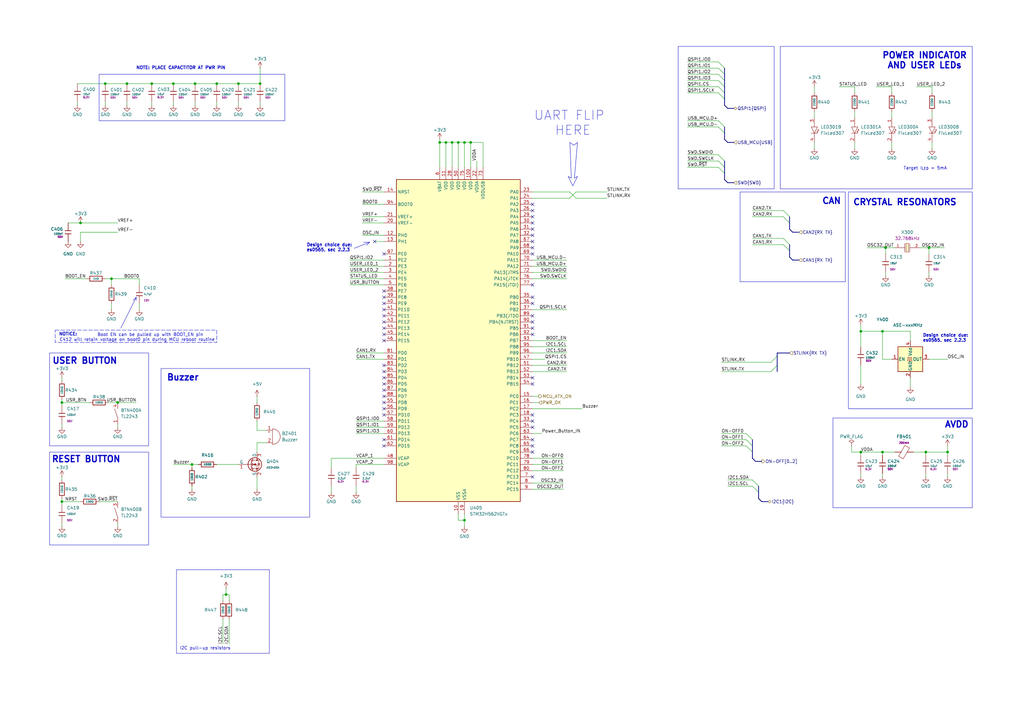
<source format=kicad_sch>
(kicad_sch (version 20250114) (generator "eeschema") (generator_version "9.0")
  (paper "A3")
  (title_block (title "ModuCard power supply unit") (date "2025-08-05") (rev "0") (company "KoNaR") (comment 1 "Base project authors: Dominik Pluta, Artem Horiunov") (comment 2 "Project author: Maciej Chodowiec"))
  (bus_alias "I2C" (members "SCL" "SDA"))
  (bus_alias "QSPI" (members "IO0" "IO1" "IO2" "IO3" "CS" "SCLK"))
  (bus_alias "SWD" (members "SWCLK" "SWDIO" "~{RST}"))
  (rectangle (start 40.64 30.48) (end 116.84 49.53))
  (rectangle (start 22.606 135.382) (end 88.9 140.462) (stroke (width 0) (type dash)))
  (rectangle (start 347.98 78.74) (end 398.78 167.64))
  (rectangle (start 278.13 19.05) (end 317.5 77.47))
  (rectangle (start 20.32 185.42) (end 60.96 223.52))
  (rectangle (start 341.63 171.45) (end 398.78 208.28))
  (rectangle (start 320.04 19.05) (end 398.78 77.47))
  (rectangle (start 72.39 233.68) (end 110.49 267.97))
  (rectangle (start 66.04 151.13) (end 127 212.09))
  (rectangle (start 303.53 78.74) (end 346.71 115.57))
  (rectangle (start 20.32 144.78) (end 60.96 182.88))
  (text "Design choice due:\nes0565, sec 2.2.3" (at 125.73 101.6 0) (effects (font (size 1.27 1.27) (thickness 0.254) (bold yes)) (justify left)))
  (text "USER BUTTON" (at 21.336 148.082 0) (effects (font (size 2.54 2.54) (thickness 0.508) (bold yes)) (justify left)))
  (text "AVDD" (at 387.35 174.244 0) (effects (font (size 2.54 2.54) (thickness 0.508) (bold yes)) (justify left)))
  (text "CRYSTAL RESONATORS" (at 349.758 83.058 0) (effects (font (size 2.54 2.54) (thickness 0.508) (bold yes)) (justify left)))
  (text "RESET BUTTON" (at 21.082 188.468 0) (effects (font (size 2.54 2.54) (thickness 0.508) (bold yes)) (justify left)))
  (text "Buzzer\n" (at 68.326 154.94 0) (effects (font (size 2.54 2.54) (thickness 0.508) (bold yes)) (justify left)))
  (text "NOTICE:" (at 27.94 137.16 0) (effects (font (size 1.27 1.27) (thickness 0.254) (bold yes))))
  (text "POWER INDICATOR\nAND USER LEDs" (at 379.222 24.892 0) (effects (font (size 2.54 2.54) (thickness 0.508) (bold yes))))
  (text "Target I_{LED} = 5mA" (at 379.476 69.088 0) (effects (font (size 1.27 1.27))))
  (text "I2C pull-up resistors" (at 73.66 266.7 0) (effects (font (size 1.27 1.27)) (justify left bottom)))
  (text "CAN\n" (at 337.058 82.55 0) (effects (font (size 2.54 2.54) (thickness 0.508) (bold yes)) (justify left)))
  (text "                Boot EN can be pulled up with BOOT_EN pin\nC412 will retain voltage on boot0 pin during MCU reboot routine" (at 24.384 138.43 0) (effects (font (size 1.27 1.27)) (justify left)))
  (text "Design choice due:\nes0565, sec 2.2.3" (at 378.46 138.684 0) (effects (font (size 1.27 1.27) (thickness 0.254) (bold yes)) (justify left)))
  (text "UART FLIP \nHERE" (at 234.95 50.546 0) (effects (font (size 3.81 3.81))))
  (text "NOTE: PLACE CAPACTITOR AT PWR PIN\n\n" (at 74.168 28.956 0) (effects (font (size 1.27 1.27) (thickness 0.254) (bold yes))))
  (junction (at 106.68 34.29))
  (junction (at 361.95 135.89))
  (junction (at 43.18 34.29))
  (junction (at 88.9 34.29))
  (junction (at 33.02 91.44))
  (junction (at 180.34 58.42))
  (junction (at 52.07 34.29))
  (junction (at 62.23 34.29))
  (junction (at 25.4 205.74))
  (junction (at 25.4 165.1))
  (junction (at 71.12 34.29))
  (junction (at 193.04 58.42))
  (junction (at 45.72 114.3))
  (junction (at 187.96 58.42))
  (junction (at 190.5 58.42))
  (junction (at 80.01 34.29))
  (junction (at 185.42 58.42))
  (junction (at 190.5 213.36))
  (junction (at 381 101.6))
  (junction (at 353.06 185.42))
  (junction (at 363.22 101.6))
  (junction (at 388.62 185.42))
  (junction (at 379.73 185.42))
  (junction (at 48.26 165.1))
  (junction (at 182.88 58.42))
  (junction (at 92.71 243.84))
  (junction (at 78.74 190.5))
  (junction (at 361.95 185.42))
  (junction (at 353.06 135.89))
  (junction (at 97.79 34.29))
  (no_connect (at 218.44 101.6))
  (no_connect (at 218.44 182.88))
  (no_connect (at 157.48 149.86))
  (no_connect (at 157.48 165.1))
  (no_connect (at 218.44 96.52))
  (no_connect (at 157.48 132.08))
  (no_connect (at 218.44 154.94))
  (no_connect (at 218.44 121.92))
  (no_connect (at 157.48 170.18))
  (no_connect (at 218.44 91.44))
  (no_connect (at 157.48 127))
  (no_connect (at 157.48 129.54))
  (no_connect (at 218.44 83.82))
  (no_connect (at 218.44 99.06))
  (no_connect (at 157.48 154.94))
  (no_connect (at 157.48 162.56))
  (no_connect (at 218.44 129.54))
  (no_connect (at 157.48 139.7))
  (no_connect (at 157.48 137.16))
  (no_connect (at 157.48 124.46))
  (no_connect (at 218.44 132.08))
  (no_connect (at 218.44 116.84))
  (no_connect (at 218.44 195.58))
  (no_connect (at 218.44 88.9))
  (no_connect (at 218.44 124.46))
  (no_connect (at 218.44 170.18))
  (no_connect (at 218.44 180.34))
  (no_connect (at 218.44 86.36))
  (no_connect (at 157.48 180.34))
  (no_connect (at 218.44 93.98))
  (no_connect (at 157.48 152.4))
  (no_connect (at 157.48 119.38))
  (no_connect (at 157.48 104.14))
  (no_connect (at 157.48 160.02))
  (no_connect (at 157.48 121.92))
  (no_connect (at 157.48 182.88))
  (no_connect (at 157.48 134.62))
  (no_connect (at 218.44 185.42))
  (no_connect (at 218.44 157.48))
  (no_connect (at 218.44 172.72))
  (no_connect (at 153.67 99.06))
  (no_connect (at 157.48 167.64))
  (no_connect (at 218.44 137.16))
  (no_connect (at 218.44 134.62))
  (no_connect (at 157.48 157.48))
  (no_connect (at 218.44 175.26))
  (no_connect (at 218.44 104.14))
  (bus_entry (at 297.18 27.94) (size -2.54 -2.54))
  (bus_entry (at 311.15 199.39) (size -2.54 -2.54))
  (bus_entry (at 311.15 201.93) (size -2.54 -2.54))
  (bus_entry (at 297.18 35.56) (size -2.54 -2.54))
  (bus_entry (at 294.64 68.58) (size 2.54 2.54))
  (bus_entry (at 321.31 100.33) (size 2.54 2.54))
  (bus_entry (at 318.77 146.05) (size -2.54 2.54))
  (bus_entry (at 308.61 180.34) (size -2.54 -2.54))
  (bus_entry (at 318.77 149.86) (size -2.54 2.54))
  (bus_entry (at 297.18 52.07) (size -2.54 -2.54))
  (bus_entry (at 321.31 86.36) (size 2.54 2.54))
  (bus_entry (at 294.64 63.5) (size 2.54 2.54))
  (bus_entry (at 297.18 54.61) (size -2.54 -2.54))
  (bus_entry (at 321.31 97.79) (size 2.54 2.54))
  (bus_entry (at 294.64 66.04) (size 2.54 2.54))
  (bus_entry (at 308.61 185.42) (size -2.54 -2.54))
  (bus_entry (at 297.18 38.1) (size -2.54 -2.54))
  (bus_entry (at 308.61 182.88) (size -2.54 -2.54))
  (bus_entry (at 297.18 30.48) (size -2.54 -2.54))
  (bus_entry (at 321.31 88.9) (size 2.54 2.54))
  (bus_entry (at 297.18 40.64) (size -2.54 -2.54))
  (bus_entry (at 297.18 33.02) (size -2.54 -2.54))
  (bus (pts (xy 318.77 146.05) (xy 318.77 149.86)))
  (wire (pts (xy 40.64 205.74) (xy 48.26 205.74)))
  (wire (pts (xy 231.14 200.66) (xy 218.44 200.66)))
  (wire (pts (xy 27.94 91.44) (xy 33.02 91.44)))
  (wire (pts (xy 248.92 78.74) (xy 236.22 78.74)))
  (wire (pts (xy 363.22 113.03) (xy 363.22 111.76)))
  (wire (pts (xy 31.75 41.91) (xy 31.75 43.18)))
  (wire (pts (xy 379.73 185.42) (xy 388.62 185.42)))
  (wire (pts (xy 218.44 190.5) (xy 231.14 190.5)))
  (wire (pts (xy 381 101.6) (xy 387.35 101.6)))
  (wire (pts (xy 78.74 199.39) (xy 78.74 200.66)))
  (wire (pts (xy 382.27 58.42) (xy 382.27 60.96)))
  (bus (pts (xy 308.61 180.34) (xy 308.61 182.88)))
  (bus (pts (xy 308.61 182.88) (xy 308.61 185.42)))
  (wire (pts (xy 146.05 177.8) (xy 157.48 177.8)))
  (wire (pts (xy 25.4 196.85) (xy 25.4 195.58)))
  (wire (pts (xy 148.59 83.82) (xy 157.48 83.82)))
  (wire (pts (xy 388.62 194.31) (xy 388.62 195.58)))
  (wire (pts (xy 373.38 135.89) (xy 373.38 139.7)))
  (wire (pts (xy 350.52 38.1) (xy 350.52 35.56)))
  (bus (pts (xy 297.18 38.1) (xy 297.18 40.64)))
  (wire (pts (xy 363.22 101.6) (xy 367.03 101.6)))
  (wire (pts (xy 231.14 198.12) (xy 218.44 198.12)))
  (wire (pts (xy 218.44 152.4) (xy 232.41 152.4)))
  (polyline (pts (xy 234.315 73.025) (xy 233.045 72.39)))
  (wire (pts (xy 62.23 41.91) (xy 62.23 43.18)))
  (wire (pts (xy 78.74 190.5) (xy 78.74 191.77)))
  (wire (pts (xy 334.01 45.72) (xy 334.01 48.26)))
  (wire (pts (xy 157.48 111.76) (xy 143.51 111.76)))
  (wire (pts (xy 146.05 172.72) (xy 157.48 172.72)))
  (wire (pts (xy 353.06 149.86) (xy 353.06 157.48)))
  (wire (pts (xy 57.15 114.3) (xy 57.15 116.84)))
  (wire (pts (xy 363.22 101.6) (xy 363.22 104.14)))
  (wire (pts (xy 143.51 109.22) (xy 157.48 109.22)))
  (wire (pts (xy 148.59 88.9) (xy 157.48 88.9)))
  (wire (pts (xy 295.91 182.88) (xy 306.07 182.88)))
  (bus (pts (xy 297.18 27.94) (xy 297.18 30.48)))
  (wire (pts (xy 294.64 52.07) (xy 281.94 52.07)))
  (wire (pts (xy 92.71 241.3) (xy 92.71 243.84)))
  (wire (pts (xy 153.67 99.06) (xy 157.48 99.06)))
  (wire (pts (xy 381 101.6) (xy 381 104.14)))
  (wire (pts (xy 218.44 149.86) (xy 232.41 149.86)))
  (wire (pts (xy 157.48 114.3) (xy 143.51 114.3)))
  (wire (pts (xy 148.59 96.52) (xy 157.48 96.52)))
  (bus (pts (xy 323.85 91.44) (xy 323.85 93.98)))
  (wire (pts (xy 349.25 185.42) (xy 353.06 185.42)))
  (wire (pts (xy 106.68 41.91) (xy 106.68 43.18)))
  (wire (pts (xy 365.76 147.32) (xy 361.95 147.32)))
  (wire (pts (xy 148.59 91.44) (xy 157.48 91.44)))
  (wire (pts (xy 294.64 38.1) (xy 281.94 38.1)))
  (wire (pts (xy 281.94 66.04) (xy 294.64 66.04)))
  (wire (pts (xy 187.96 58.42) (xy 187.96 68.58)))
  (wire (pts (xy 182.88 58.42) (xy 185.42 58.42)))
  (wire (pts (xy 105.41 181.61) (xy 109.22 181.61)))
  (wire (pts (xy 25.4 173.99) (xy 25.4 175.26)))
  (wire (pts (xy 93.98 254) (xy 93.98 264.16)))
  (wire (pts (xy 353.06 185.42) (xy 361.95 185.42)))
  (wire (pts (xy 25.4 205.74) (xy 25.4 207.01)))
  (bus (pts (xy 297.18 33.02) (xy 297.18 35.56)))
  (wire (pts (xy 218.44 78.74) (xy 233.68 78.74)))
  (wire (pts (xy 295.91 180.34) (xy 306.07 180.34)))
  (wire (pts (xy 308.61 97.79) (xy 321.31 97.79)))
  (wire (pts (xy 359.41 35.56) (xy 365.76 35.56)))
  (wire (pts (xy 381 113.03) (xy 381 111.76)))
  (wire (pts (xy 218.44 177.8) (xy 222.25 177.8)))
  (wire (pts (xy 182.88 58.42) (xy 182.88 68.58)))
  (wire (pts (xy 88.9 190.5) (xy 97.79 190.5)))
  (wire (pts (xy 180.34 58.42) (xy 182.88 58.42)))
  (wire (pts (xy 353.06 133.35) (xy 353.06 135.89)))
  (wire (pts (xy 294.64 25.4) (xy 281.94 25.4)))
  (wire (pts (xy 236.22 81.28) (xy 248.92 81.28)))
  (wire (pts (xy 361.95 194.31) (xy 361.95 195.58)))
  (wire (pts (xy 193.04 58.42) (xy 198.12 58.42)))
  (wire (pts (xy 334.01 38.1) (xy 334.01 35.56)))
  (wire (pts (xy 91.44 246.38) (xy 91.44 243.84)))
  (wire (pts (xy 193.04 58.42) (xy 193.04 68.58)))
  (wire (pts (xy 88.9 41.91) (xy 88.9 43.18)))
  (wire (pts (xy 52.07 41.91) (xy 52.07 43.18)))
  (wire (pts (xy 233.68 78.74) (xy 236.22 81.28)))
  (wire (pts (xy 187.96 210.82) (xy 187.96 213.36)))
  (polyline (pts (xy 236.855 72.39) (xy 235.585 73.025)))
  (wire (pts (xy 294.64 33.02) (xy 281.94 33.02)))
  (wire (pts (xy 218.44 127) (xy 232.41 127)))
  (wire (pts (xy 135.89 187.96) (xy 135.89 191.77)))
  (polyline (pts (xy 150.368 100.584) (xy 151.638 99.314)))
  (bus (pts (xy 312.42 205.74) (xy 311.15 204.47)))
  (wire (pts (xy 31.75 34.29) (xy 43.18 34.29)))
  (wire (pts (xy 45.72 114.3) (xy 57.15 114.3)))
  (wire (pts (xy 97.79 41.91) (xy 97.79 43.18)))
  (wire (pts (xy 198.12 58.42) (xy 198.12 68.58)))
  (wire (pts (xy 180.34 57.15) (xy 180.34 58.42)))
  (wire (pts (xy 71.12 41.91) (xy 71.12 43.18)))
  (wire (pts (xy 308.61 88.9) (xy 321.31 88.9)))
  (wire (pts (xy 388.62 186.69) (xy 388.62 185.42)))
  (wire (pts (xy 105.41 176.53) (xy 109.22 176.53)))
  (wire (pts (xy 379.73 194.31) (xy 379.73 195.58)))
  (bus (pts (xy 323.85 102.87) (xy 323.85 105.41)))
  (wire (pts (xy 185.42 58.42) (xy 185.42 68.58)))
  (wire (pts (xy 218.44 165.1) (xy 220.98 165.1)))
  (wire (pts (xy 146.05 191.77) (xy 146.05 190.5)))
  (bus (pts (xy 298.45 58.42) (xy 300.99 58.42)))
  (polyline (pts (xy 145.288 101.854) (xy 151.638 99.314)))
  (wire (pts (xy 365.76 58.42) (xy 365.76 60.96)))
  (wire (pts (xy 353.06 142.24) (xy 353.06 135.89)))
  (wire (pts (xy 143.51 116.84) (xy 157.48 116.84)))
  (bus (pts (xy 297.18 40.64) (xy 297.18 43.18)))
  (wire (pts (xy 146.05 190.5) (xy 157.48 190.5)))
  (bus (pts (xy 297.18 71.12) (xy 297.18 73.66)))
  (wire (pts (xy 48.26 175.26) (xy 48.26 173.99)))
  (wire (pts (xy 350.52 45.72) (xy 350.52 48.26)))
  (wire (pts (xy 146.05 144.78) (xy 157.48 144.78)))
  (wire (pts (xy 71.12 34.29) (xy 80.01 34.29)))
  (wire (pts (xy 105.41 200.66) (xy 105.41 195.58)))
  (wire (pts (xy 25.4 214.63) (xy 25.4 215.9)))
  (wire (pts (xy 52.07 34.29) (xy 62.23 34.29)))
  (wire (pts (xy 25.4 165.1) (xy 36.83 165.1)))
  (bus (pts (xy 309.88 189.23) (xy 312.42 189.23)))
  (wire (pts (xy 143.51 106.68) (xy 157.48 106.68)))
  (wire (pts (xy 218.44 114.3) (xy 232.41 114.3)))
  (wire (pts (xy 190.5 213.36) (xy 190.5 210.82)))
  (bus (pts (xy 298.45 58.42) (xy 297.18 57.15)))
  (wire (pts (xy 353.06 186.69) (xy 353.06 185.42)))
  (wire (pts (xy 146.05 175.26) (xy 157.48 175.26)))
  (wire (pts (xy 220.98 162.56) (xy 218.44 162.56)))
  (wire (pts (xy 135.89 187.96) (xy 157.48 187.96)))
  (wire (pts (xy 382.27 45.72) (xy 382.27 48.26)))
  (bus (pts (xy 312.42 205.74) (xy 314.96 205.74)))
  (wire (pts (xy 26.67 114.3) (xy 35.56 114.3)))
  (wire (pts (xy 295.91 148.59) (xy 316.23 148.59)))
  (polyline (pts (xy 233.7387 58.4367) (xy 234.315 73.025)))
  (wire (pts (xy 236.22 78.74) (xy 233.68 81.28)))
  (wire (pts (xy 308.61 100.33) (xy 321.31 100.33)))
  (polyline (pts (xy 55.88 121.92) (xy 55.88 123.19)))
  (wire (pts (xy 180.34 68.58) (xy 180.34 58.42)))
  (polyline (pts (xy 233.045 72.39) (xy 234.95 76.2)))
  (wire (pts (xy 355.6 101.6) (xy 363.22 101.6)))
  (wire (pts (xy 190.5 58.42) (xy 193.04 58.42)))
  (wire (pts (xy 80.01 34.29) (xy 88.9 34.29)))
  (wire (pts (xy 218.44 106.68) (xy 232.41 106.68)))
  (wire (pts (xy 381 147.32) (xy 388.62 147.32)))
  (wire (pts (xy 146.05 199.39) (xy 146.05 201.93)))
  (wire (pts (xy 218.44 109.22) (xy 232.41 109.22)))
  (wire (pts (xy 25.4 165.1) (xy 25.4 166.37)))
  (wire (pts (xy 361.95 186.69) (xy 361.95 185.42)))
  (bus (pts (xy 298.45 44.45) (xy 297.18 43.18)))
  (wire (pts (xy 218.44 144.78) (xy 232.41 144.78)))
  (wire (pts (xy 365.76 35.56) (xy 365.76 38.1)))
  (wire (pts (xy 361.95 135.89) (xy 373.38 135.89)))
  (wire (pts (xy 350.52 58.42) (xy 350.52 60.96)))
  (wire (pts (xy 33.02 91.44) (xy 48.26 91.44)))
  (bus (pts (xy 298.45 74.93) (xy 297.18 73.66)))
  (wire (pts (xy 377.19 101.6) (xy 381 101.6)))
  (bus (pts (xy 323.85 88.9) (xy 323.85 91.44)))
  (bus (pts (xy 297.18 35.56) (xy 297.18 38.1)))
  (wire (pts (xy 294.64 27.94) (xy 281.94 27.94)))
  (bus (pts (xy 325.12 106.68) (xy 327.66 106.68)))
  (wire (pts (xy 146.05 147.32) (xy 157.48 147.32)))
  (wire (pts (xy 105.41 185.42) (xy 105.41 181.61)))
  (wire (pts (xy 294.64 30.48) (xy 281.94 30.48)))
  (polyline (pts (xy 235.331 59.563) (xy 233.7387 58.4367)))
  (wire (pts (xy 25.4 205.74) (xy 33.02 205.74)))
  (wire (pts (xy 379.73 186.69) (xy 379.73 185.42)))
  (wire (pts (xy 388.62 182.88) (xy 388.62 185.42)))
  (wire (pts (xy 218.44 81.28) (xy 233.68 81.28)))
  (wire (pts (xy 344.17 35.56) (xy 350.52 35.56)))
  (wire (pts (xy 45.72 127) (xy 45.72 124.46)))
  (wire (pts (xy 281.94 68.58) (xy 294.64 68.58)))
  (wire (pts (xy 295.91 177.8) (xy 306.07 177.8)))
  (bus (pts (xy 323.85 102.87) (xy 323.85 100.33)))
  (wire (pts (xy 373.38 154.94) (xy 373.38 158.75)))
  (wire (pts (xy 88.9 34.29) (xy 97.79 34.29)))
  (wire (pts (xy 43.18 34.29) (xy 52.07 34.29)))
  (wire (pts (xy 91.44 254) (xy 91.44 264.16)))
  (wire (pts (xy 25.4 154.94) (xy 25.4 156.21)))
  (wire (pts (xy 33.02 95.25) (xy 48.26 95.25)))
  (wire (pts (xy 295.91 152.4) (xy 316.23 152.4)))
  (wire (pts (xy 365.76 45.72) (xy 365.76 48.26)))
  (wire (pts (xy 48.26 214.63) (xy 48.26 215.9)))
  (wire (pts (xy 25.4 204.47) (xy 25.4 205.74)))
  (wire (pts (xy 185.42 58.42) (xy 187.96 58.42)))
  (polyline (pts (xy 149.098 99.314) (xy 151.638 99.314)))
  (polyline (pts (xy 235.585 73.025) (xy 236.855 58.42)))
  (bus (pts (xy 297.18 30.48) (xy 297.18 33.02)))
  (wire (pts (xy 80.01 41.91) (xy 80.01 43.18)))
  (bus (pts (xy 311.15 201.93) (xy 311.15 204.47)))
  (wire (pts (xy 190.5 213.36) (xy 190.5 215.9)))
  (wire (pts (xy 375.92 35.56) (xy 382.27 35.56)))
  (bus (pts (xy 297.18 52.07) (xy 297.18 54.61)))
  (wire (pts (xy 281.94 63.5) (xy 294.64 63.5)))
  (wire (pts (xy 97.79 34.29) (xy 106.68 34.29)))
  (bus (pts (xy 298.45 44.45) (xy 300.99 44.45)))
  (bus (pts (xy 298.45 74.93) (xy 300.99 74.93)))
  (polyline (pts (xy 54.61 123.19) (xy 55.88 121.92)))
  (wire (pts (xy 45.72 114.3) (xy 45.72 116.84)))
  (polyline (pts (xy 234.95 76.2) (xy 236.855 72.39)))
  (wire (pts (xy 187.96 58.42) (xy 190.5 58.42)))
  (wire (pts (xy 298.45 196.85) (xy 308.61 196.85)))
  (bus (pts (xy 325.12 106.68) (xy 323.85 105.41)))
  (bus (pts (xy 297.18 54.61) (xy 297.18 57.15)))
  (wire (pts (xy 187.96 213.36) (xy 190.5 213.36)))
  (bus (pts (xy 297.18 68.58) (xy 297.18 71.12)))
  (wire (pts (xy 57.15 124.46) (xy 57.15 127)))
  (wire (pts (xy 232.41 139.7) (xy 218.44 139.7)))
  (wire (pts (xy 43.18 114.3) (xy 45.72 114.3)))
  (bus (pts (xy 325.12 95.25) (xy 323.85 93.98)))
  (bus (pts (xy 323.85 144.78) (xy 318.77 144.78)))
  (wire (pts (xy 91.44 243.84) (xy 92.71 243.84)))
  (wire (pts (xy 25.4 163.83) (xy 25.4 165.1)))
  (wire (pts (xy 218.44 193.04) (xy 231.14 193.04)))
  (bus (pts (xy 309.88 189.23) (xy 308.61 187.96)))
  (wire (pts (xy 308.61 86.36) (xy 321.31 86.36)))
  (wire (pts (xy 223.52 147.32) (xy 218.44 147.32)))
  (bus (pts (xy 325.12 95.25) (xy 327.66 95.25)))
  (wire (pts (xy 33.02 95.25) (xy 33.02 99.06)))
  (bus (pts (xy 318.77 144.78) (xy 318.77 146.05)))
  (wire (pts (xy 374.65 185.42) (xy 379.73 185.42)))
  (bus (pts (xy 308.61 185.42) (xy 308.61 187.96)))
  (wire (pts (xy 361.95 185.42) (xy 367.03 185.42)))
  (wire (pts (xy 218.44 111.76) (xy 232.41 111.76)))
  (wire (pts (xy 349.25 182.88) (xy 349.25 185.42)))
  (wire (pts (xy 298.45 199.39) (xy 308.61 199.39)))
  (polyline (pts (xy 236.855 58.42) (xy 235.331 59.563)))
  (polyline (pts (xy 49.53 134.62) (xy 55.88 121.92)))
  (wire (pts (xy 353.06 135.89) (xy 361.95 135.89)))
  (wire (pts (xy 135.89 199.39) (xy 135.89 201.93)))
  (wire (pts (xy 294.64 35.56) (xy 281.94 35.56)))
  (bus (pts (xy 318.77 149.86) (xy 318.77 152.4)))
  (wire (pts (xy 71.12 190.5) (xy 78.74 190.5)))
  (bus (pts (xy 311.15 199.39) (xy 311.15 201.93)))
  (wire (pts (xy 294.64 49.53) (xy 281.94 49.53)))
  (wire (pts (xy 148.59 78.74) (xy 157.48 78.74)))
  (wire (pts (xy 106.68 27.94) (xy 106.68 34.29)))
  (wire (pts (xy 105.41 172.72) (xy 105.41 176.53)))
  (wire (pts (xy 218.44 167.64) (xy 238.76 167.64)))
  (wire (pts (xy 218.44 187.96) (xy 231.14 187.96)))
  (wire (pts (xy 334.01 58.42) (xy 334.01 60.96)))
  (wire (pts (xy 382.27 38.1) (xy 382.27 35.56)))
  (wire (pts (xy 190.5 58.42) (xy 190.5 68.58)))
  (bus (pts (xy 297.18 68.58) (xy 297.18 66.04)))
  (wire (pts (xy 93.98 246.38) (xy 93.98 243.84)))
  (wire (pts (xy 48.26 165.1) (xy 55.88 165.1)))
  (wire (pts (xy 44.45 165.1) (xy 48.26 165.1)))
  (wire (pts (xy 195.58 66.04) (xy 195.58 68.58)))
  (wire (pts (xy 353.06 194.31) (xy 353.06 195.58)))
  (wire (pts (xy 78.74 190.5) (xy 81.28 190.5)))
  (wire (pts (xy 62.23 34.29) (xy 71.12 34.29)))
  (wire (pts (xy 93.98 243.84) (xy 92.71 243.84)))
  (wire (pts (xy 218.44 142.24) (xy 232.41 142.24)))
  (wire (pts (xy 105.41 162.56) (xy 105.41 165.1)))
  (wire (pts (xy 43.18 41.91) (xy 43.18 43.18)))
  (wire (pts (xy 361.95 147.32) (xy 361.95 135.89)))
  (label "OSC_IN" (at 148.59 96.52 0))
  (label "QSPI1.IO1" (at 281.94 27.94 0))
  (label "CAN1.TX" (at 146.05 147.32 0))
  (label "OSC32_OUT" (at 231.14 200.66 180))
  (label "USB_MCU.D+" (at 232.41 109.22 180))
  (label "ON-OFF2" (at 231.14 193.04 180))
  (label "VREF-" (at 148.59 91.44 0))
  (label "CAN2.RX" (at 232.41 149.86 180))
  (label "OSC_IN" (at 388.62 147.32 0))
  (label "SWD.~{RST}" (at 281.94 68.58 0))
  (label "STATUS_LED" (at 344.17 35.56 0))
  (label "USER_LED_2" (at 143.51 111.76 0))
  (label "VDDA" (at 353.06 185.42 0))
  (label "QSPI1.CS" (at 223.52 147.32 0))
  (label "CAN2.TX" (at 308.61 86.36 0))
  (label "BOOT0" (at 57.15 114.3 180))
  (label "STLINK.TX" (at 295.91 152.4 0))
  (label "USER_LED_1" (at 143.51 109.22 0))
  (label "VCAP_2" (at 146.05 190.5 0))
  (label "STLINK.RX" (at 295.91 148.59 0))
  (label "CAN2.RX" (at 308.61 88.9 0))
  (label "ON-OFF0" (at 295.91 177.8 0))
  (label "USB_MCU.D-" (at 232.41 106.68 180))
  (label "ON-OFF1" (at 295.91 180.34 0))
  (label "USR_BUTTON" (at 143.51 116.84 0))
  (label "QSPI1.CS" (at 281.94 35.56 0))
  (label "OSC32_IN" (at 231.14 198.12 180))
  (label "SWD.~{RST}" (at 148.59 78.74 0))
  (label "VCAP_1" (at 146.05 187.96 0))
  (label "QSPI1.IO1" (at 146.05 175.26 0))
  (label "I2C1.SDA" (at 232.41 144.78 180))
  (label "Power_Button_IN" (at 222.25 177.8 0))
  (label "ON-OFF1" (at 231.14 190.5 180))
  (label "USER_LED_2" (at 375.92 35.56 0))
  (label "I2C1.SDA" (at 298.45 196.85 0))
  (label "ON-OFF0" (at 231.14 187.96 180))
  (label "VREF-" (at 48.26 95.25 0))
  (label "USER_LED_1" (at 359.41 35.56 0))
  (label "I2C1.SCL" (at 298.45 199.39 0))
  (label "SWD.SWDIO" (at 281.94 63.5 0))
  (label "USB_MCU.D-" (at 281.94 52.07 0))
  (label "Buzzer" (at 238.76 167.64 0))
  (label "NRST" (at 26.67 205.74 0))
  (label "ON-OFF2" (at 295.91 182.88 0))
  (label "USB_MCU.D+" (at 281.94 49.53 0))
  (label "QSPI1.IO2" (at 281.94 30.48 0))
  (label "STLINK.TX" (at 248.92 78.74 0))
  (label "CAN2.TX" (at 232.41 152.4 180))
  (label "SWD.SWCLK" (at 232.41 114.3 180))
  (label "QSPI1.IO0" (at 281.94 25.4 0))
  (label "OSC32_IN" (at 387.35 101.6 180))
  (label "QSPI1.IO3" (at 146.05 177.8 0))
  (label "VDDA" (at 195.58 66.04 90))
  (label "CAN1.TX" (at 308.61 97.79 0))
  (label "QSPI1.IO2" (at 143.51 106.68 0))
  (label "BOOT_EN" (at 26.67 114.3 0))
  (label "BOOT_EN" (at 232.41 139.7 180))
  (label "STLINK.RX" (at 248.92 81.28 0))
  (label "I2C.SDA" (at 93.98 264.16 90))
  (label "USR_BTN" (at 35.56 165.1 180))
  (label "QSPI1.SCLK" (at 281.94 38.1 0))
  (label "OSC32_OUT" (at 355.6 101.6 0))
  (label "CAN1.RX" (at 308.61 100.33 0))
  (label "VREF+" (at 48.26 91.44 0))
  (label "STATUS_LED" (at 143.51 114.3 0))
  (label "VREF+" (at 148.59 88.9 0))
  (label "I2C.SCL" (at 91.44 264.16 90))
  (label "USR_BUTTON" (at 55.88 165.1 180))
  (label "Buzzer" (at 71.12 190.5 0))
  (label "BOOT0" (at 148.59 83.82 0))
  (label "SWD.SWDIO" (at 232.41 111.76 180))
  (label "CAN1.RX" (at 146.05 144.78 0))
  (label "I2C1.SCL" (at 232.41 142.24 180))
  (label "QSPI1.IO3" (at 281.94 33.02 0))
  (label "QSPI1.SCLK" (at 232.41 127 180))
  (label "SWD.~{RST}" (at 48.26 205.74 180))
  (label "QSPI1.IO0" (at 146.05 172.72 0))
  (label "SWD.SWCLK" (at 281.94 66.04 0))
  (hierarchical_label "SWD{SWD}" (shape input) (at 300.99 74.93 0))
  (hierarchical_label "QSPI1{QSPI}" (shape bidirectional) (at 300.99 44.45 0))
  (hierarchical_label "CAN1{RX TX}" (shape input) (at 327.66 106.68 0))
  (hierarchical_label "I2C1{I2C}" (shape bidirectional) (at 314.96 205.74 0))
  (hierarchical_label "ON-OFF[0..2]" (shape output) (at 312.42 189.23 0))
  (hierarchical_label "CAN2{RX TX}" (shape input) (at 327.66 95.25 0))
  (hierarchical_label "STLINK{RX TX}" (shape input) (at 323.85 144.78 0))
  (hierarchical_label "PWR_OK" (shape input) (at 220.98 165.1 0))
  (hierarchical_label "USB_MCU{USB}" (shape input) (at 300.99 58.42 0))
  (hierarchical_label "MCU_ATX_ON" (shape output) (at 220.98 162.56 0))
  (symbol (lib_id "PCM_JLCPCB-Capacitors:0402,100nF,(2)") (at 27.94 95.25 0) (mirror y) (unit 1)
    (property "Reference" "C406" (at 25.908 93.98 0) (effects (justify left)))
    (property "Value" "100nF" (at 25.908 95.885 0) (effects (font (size 0.8 0.8)) (justify left)))
    (property "Footprint" "PCM_JLCPCB:C_0402" (effects (hide yes)))
    (property "Datasheet" "https://www.lcsc.com/datasheet/lcsc_datasheet_2304140030_Samsung-Electro-Mechanics-CL05B104KB54PNC_C307331.pdf" (effects (hide yes)))
    (property "Description" "50V 100nF X7R ±10% 0402 Multilayer Ceramic Capacitors MLCC - SMD/SMT ROHS" (effects (hide yes)))
    (property "LCSC" "C307331" (effects (hide yes)))
    (property "Stock" "5436546" (effects (hide yes)))
    (property "Price" "0.008USD" (effects (hide yes)))
    (property "Process" "SMT" (effects (hide yes)))
    (property "Minimum Qty" "20" (effects (hide yes)))
    (property "Attrition Qty" "10" (effects (hide yes)))
    (property "Class" "Basic Component" (effects (hide yes)))
    (property "Category" "Capacitors,Multilayer Ceramic Capacitors MLCC - SMD/SMT" (effects (hide yes)))
    (property "Manufacturer" "Samsung Electro-Mechanics" (effects (hide yes)))
    (property "Part" "CL05B104KB54PNC" (effects (hide yes)))
    (property "Voltage Rated" "50V" (at 25.908 97.155 0) (effects (font (size 0.8 0.8)) (justify left)))
    (property "Tolerance" "±10%" (effects (hide yes)))
    (property "Capacitance" "100nF" (effects (hide yes)))
    (property "Temperature Coefficient" "X7R" (effects (hide yes)))
  )
  (symbol (lib_id "power:PWR_FLAG") (at 349.25 182.88 0) (unit 1)
    (property "Reference" "#FLG907" (effects (hide yes)))
    (property "Value" "PWR_FLAG" (at 349.25 179.07 0))
    (property "Description" "Special symbol for telling ERC where power comes from" (effects (hide yes)))
  )
  (symbol (lib_id "power:GND") (at 25.4 175.26 0) (unit 1)
    (property "Reference" "#PWR425" (effects (hide yes)))
    (property "Value" "GND" (at 25.4 179.07 0))
    (property "Description" "Power symbol creates a global label with name \"GND\" , ground" (effects (hide yes)))
  )
  (symbol (lib_id "power:GND") (at 381 113.03 0) (unit 1)
    (property "Reference" "#PWR332" (effects (hide yes)))
    (property "Value" "GND" (at 381 116.84 0))
    (property "Description" "Power symbol creates a global label with name \"GND\" , ground" (effects (hide yes)))
  )
  (symbol (lib_id "PCM_JLCPCB-Inductors:Ferrite,0603") (at 370.84 185.42 90) (unit 1)
    (property "Reference" "FB401" (at 370.7892 179.07 90))
    (property "Value" "~" (at 370.7892 180.34 90) (effects (font (size 0.8 0.8))))
    (property "Footprint" "PCM_JLCPCB:FB_0603" (effects (hide yes)))
    (property "Datasheet" "https://www.lcsc.com/datasheet/lcsc_datasheet_2310301640_Sunlord-GZ1608D601TF_C1002.pdf" (effects (hide yes)))
    (property "Description" "450mΩ ±25% 600Ω@100MHz 0603 Ferrite Beads ROHS" (effects (hide yes)))
    (property "LCSC" "C1002" (effects (hide yes)))
    (property "Stock" "565849" (effects (hide yes)))
    (property "Price" "0.010USD" (effects (hide yes)))
    (property "Process" "SMT" (effects (hide yes)))
    (property "Minimum Qty" "20" (effects (hide yes)))
    (property "Attrition Qty" "6" (effects (hide yes)))
    (property "Class" "Basic Component" (effects (hide yes)))
    (property "Category" "Filters/EMI Optimization,Ferrite Beads" (effects (hide yes)))
    (property "Manufacturer" "Sunlord" (effects (hide yes)))
    (property "Part" "GZ1608D601TF" (effects (hide yes)))
    (property "DC Resistance" "450mΩ" (effects (hide yes)))
    (property "Impedance @ Frequency" "600Ω@100MHz" (effects (hide yes)))
    (property "Circuits" "1" (effects (hide yes)))
    (property "Current Rating" "200mA" (at 370.7892 181.61 90) (effects (font (size 0.8 0.8))))
    (property "Tolerance" "±25%" (effects (hide yes)))
  )
  (symbol (lib_id "PCM_JLCPCB-Crystals:Crystal, 32.768kHz, 13pF") (at 372.11 101.6 0) (unit 1)
    (property "Reference" "X300" (at 372.11 95.25 0))
    (property "Value" "Q13FC1350000400" (effects (hide yes)))
    (property "Footprint" "PCM_JLCPCB:FC-135R_L3.2-W1.5" (effects (hide yes)))
    (property "Datasheet" "https://www.lcsc.com/datasheet/lcsc_datasheet_2404180925_Seiko-Epson-Q13FC13500004_C32346.pdf" (effects (hide yes)))
    (property "Description" "32.768kHz Surface Mount Crystal 12.5pF ±20ppm SMD3215-2P Crystals ROHS" (effects (hide yes)))
    (property "LCSC" "C32346" (effects (hide yes)))
    (property "Stock" "407326" (effects (hide yes)))
    (property "Price" "0.188USD" (effects (hide yes)))
    (property "Process" "SMT" (effects (hide yes)))
    (property "Minimum Qty" "5" (effects (hide yes)))
    (property "Attrition Qty" "0" (effects (hide yes)))
    (property "Class" "Basic Component" (effects (hide yes)))
    (property "Category" "Crystals/Oscillators/Resonators,Crystals" (effects (hide yes)))
    (property "Manufacturer" "Seiko Epson" (effects (hide yes)))
    (property "Part" "Q13FC13500004" (effects (hide yes)))
    (property "Frequency" "32.768kHz" (at 372.11 97.79 0))
    (property "Equivalent Series Resistance (Esr)" "70kΩ" (effects (hide yes)))
    (property "Operating Temperature" "-40°C~+85°C" (effects (hide yes)))
    (property "Frequency Tolerance" "±20ppm" (effects (hide yes)))
    (property "Crystal Type" "SMD Crystal Resonator" (effects (hide yes)))
    (property "Load Capacitance" "12.5pF" (effects (hide yes)))
    (property "Normal Temperature Frequency Tolerance" "±20ppm" (effects (hide yes)))
    (property "Equivalent Series Resistance(Esr)" "70kΩ" (effects (hide yes)))
    (property "Type" "Surface Mount Crystal" (effects (hide yes)))
  )
  (symbol (lib_id "TL2243:TL2243") (at 48.26 209.55 90) (unit 2)
    (property "Reference" "BTN400" (at 49.53 208.9149 90) (effects (justify right)))
    (property "Value" "TL2243" (at 49.53 211.4549 90) (effects (justify right)))
    (property "Footprint" "TL2243:TL2243" (effects (hide yes)))
    (property "Datasheet" "https://www.lcsc.com/datasheet/lcsc_datasheet_2410121841_E-Switch-TL2243_C273515.pdf" (effects (hide yes)))
    (property "Description" "Double Stack Switch" (effects (hide yes)))
  )
  (symbol (lib_id "PCM_JLCPCB-Capacitors:0402,4.7uF") (at 57.15 120.65 0) (unit 1)
    (property "Reference" "C410" (at 58.928 118.11 0) (effects (justify left)))
    (property "Value" "4.7uF" (at 58.928 120.6501 0) (effects (font (size 0.8 0.8)) (justify left)))
    (property "Footprint" "PCM_JLCPCB:C_0402" (effects (hide yes)))
    (property "Datasheet" "https://www.lcsc.com/datasheet/lcsc_datasheet_2304140030_Samsung-Electro-Mechanics-CL05A475MP5NRNC_C23733.pdf" (effects (hide yes)))
    (property "Description" "10V 4.7uF X5R ±20% 0402 Multilayer Ceramic Capacitors MLCC - SMD/SMT ROHS" (effects (hide yes)))
    (property "LCSC" "C23733" (effects (hide yes)))
    (property "Stock" "1633861" (effects (hide yes)))
    (property "Price" "0.008USD" (effects (hide yes)))
    (property "Process" "SMT" (effects (hide yes)))
    (property "Minimum Qty" "20" (effects (hide yes)))
    (property "Attrition Qty" "10" (effects (hide yes)))
    (property "Class" "Basic Component" (effects (hide yes)))
    (property "Category" "Capacitors,Multilayer Ceramic Capacitors MLCC - SMD/SMT" (effects (hide yes)))
    (property "Manufacturer" "Samsung Electro-Mechanics" (effects (hide yes)))
    (property "Part" "CL05A475MP5NRNC" (effects (hide yes)))
    (property "Voltage Rated" "10V" (at 58.928 123.1901 0) (effects (font (size 0.8 0.8)) (justify left)))
    (property "Tolerance" "±20%" (effects (hide yes)))
    (property "Capacitance" "4.7uF" (effects (hide yes)))
    (property "Temperature Coefficient" "X5R" (effects (hide yes)))
  )
  (symbol (lib_id "PCM_JLCPCB-Capacitors:0402,2.2uF") (at 146.05 195.58 0) (unit 1)
    (property "Reference" "C429" (at 148.59 194.31 0) (effects (justify left)))
    (property "Value" "2.2uF" (at 148.59 196.215 0) (effects (font (size 0.8 0.8)) (justify left)))
    (property "Footprint" "PCM_JLCPCB:C_0402" (effects (hide yes)))
    (property "Datasheet" "https://www.lcsc.com/datasheet/lcsc_datasheet_2304140030_Samsung-Electro-Mechanics-CL05A225MQ5NSNC_C12530.pdf" (effects (hide yes)))
    (property "Description" "6.3V 2.2uF X5R ±20% 0402 Multilayer Ceramic Capacitors MLCC - SMD/SMT ROHS" (effects (hide yes)))
    (property "LCSC" "C12530" (effects (hide yes)))
    (property "Stock" "2455420" (effects (hide yes)))
    (property "Price" "0.006USD" (effects (hide yes)))
    (property "Process" "SMT" (effects (hide yes)))
    (property "Minimum Qty" "20" (effects (hide yes)))
    (property "Attrition Qty" "10" (effects (hide yes)))
    (property "Class" "Basic Component" (effects (hide yes)))
    (property "Category" "Capacitors,Multilayer Ceramic Capacitors MLCC - SMD/SMT" (effects (hide yes)))
    (property "Manufacturer" "Samsung Electro-Mechanics" (effects (hide yes)))
    (property "Part" "CL05A225MQ5NSNC" (effects (hide yes)))
    (property "Voltage Rated" "6.3V" (at 148.59 197.485 0) (effects (font (size 0.8 0.8)) (justify left)))
    (property "Tolerance" "±20%" (effects (hide yes)))
    (property "Capacitance" "2.2uF" (effects (hide yes)))
    (property "Temperature Coefficient" "X5R" (effects (hide yes)))
  )
  (symbol (lib_id "power:+5V") (at 353.06 133.35 0) (unit 1)
    (property "Reference" "#PWR452" (effects (hide yes)))
    (property "Value" "+3V3" (at 353.06 129.54 0))
    (property "Description" "Power symbol creates a global label with name \"+5V\"" (effects (hide yes)))
  )
  (symbol (lib_id "power:GND") (at 27.94 99.06 0) (unit 1)
    (property "Reference" "#PWR458" (effects (hide yes)))
    (property "Value" "GND" (at 27.94 104.14 0))
    (property "Description" "Power symbol creates a global label with name \"GND\" , ground" (effects (hide yes)))
  )
  (symbol (lib_id "power:GND") (at 334.01 60.96 0) (unit 1)
    (property "Reference" "#PWR433" (effects (hide yes)))
    (property "Value" "GND" (at 334.01 64.77 0))
    (property "Description" "Power symbol creates a global label with name \"GND\" , ground" (effects (hide yes)))
  )
  (symbol (lib_id "PCM_JLCPCB-Capacitors:0402,100nF,(2)") (at 106.68 38.1 0) (unit 1)
    (property "Reference" "C422" (at 108.712 36.83 0) (effects (justify left)))
    (property "Value" "100nF" (at 108.712 38.735 0) (effects (font (size 0.8 0.8)) (justify left)))
    (property "Footprint" "PCM_JLCPCB:C_0402" (effects (hide yes)))
    (property "Datasheet" "https://www.lcsc.com/datasheet/lcsc_datasheet_2304140030_Samsung-Electro-Mechanics-CL05B104KB54PNC_C307331.pdf" (effects (hide yes)))
    (property "Description" "50V 100nF X7R ±10% 0402 Multilayer Ceramic Capacitors MLCC - SMD/SMT ROHS" (effects (hide yes)))
    (property "LCSC" "C307331" (effects (hide yes)))
    (property "Stock" "5436546" (effects (hide yes)))
    (property "Price" "0.008USD" (effects (hide yes)))
    (property "Process" "SMT" (effects (hide yes)))
    (property "Minimum Qty" "20" (effects (hide yes)))
    (property "Attrition Qty" "10" (effects (hide yes)))
    (property "Class" "Basic Component" (effects (hide yes)))
    (property "Category" "Capacitors,Multilayer Ceramic Capacitors MLCC - SMD/SMT" (effects (hide yes)))
    (property "Manufacturer" "Samsung Electro-Mechanics" (effects (hide yes)))
    (property "Part" "CL05B104KB54PNC" (effects (hide yes)))
    (property "Voltage Rated" "50V" (at 108.712 40.005 0) (effects (font (size 0.8 0.8)) (justify left)))
    (property "Tolerance" "±10%" (effects (hide yes)))
    (property "Capacitance" "100nF" (effects (hide yes)))
    (property "Temperature Coefficient" "X7R" (effects (hide yes)))
  )
  (symbol (lib_id "Device:Buzzer") (at 111.76 179.07 0) (unit 1)
    (property "Reference" "BZ401" (at 115.57 177.7999 0) (effects (justify left)))
    (property "Value" "Buzzer" (at 115.57 180.3399 0) (effects (justify left)))
    (property "Footprint" "BUZ-BD12:BUZ-TH_BD12.0-P7.60-D0.6-FD" (effects (hide yes)))
    (property "Description" "Buzzer, polarized" (effects (hide yes)))
  )
  (symbol (lib_id "PCM_JLCPCB-Resistors:0402,10kΩ") (at 93.98 250.19 0) (unit 1)
    (property "Reference" "R448" (at 96.52 250.1899 0) (effects (justify left)))
    (property "Value" "10kΩ" (at 93.98 250.19 90) (effects (font (size 0.8 0.8))))
    (property "Footprint" "PCM_JLCPCB:R_0402" (effects (hide yes)))
    (property "Datasheet" "https://www.lcsc.com/datasheet/lcsc_datasheet_2411221126_UNI-ROYAL-Uniroyal-Elec-0402WGF1002TCE_C25744.pdf" (effects (hide yes)))
    (property "Description" "62.5mW Thick Film Resistors 50V ±100ppm/°C ±1% 10kΩ 0402 Chip Resistor - Surface Mount ROHS" (effects (hide yes)))
    (property "LCSC" "C25744" (effects (hide yes)))
    (property "Stock" "24372091" (effects (hide yes)))
    (property "Price" "0.004USD" (effects (hide yes)))
    (property "Process" "SMT" (effects (hide yes)))
    (property "Minimum Qty" "20" (effects (hide yes)))
    (property "Attrition Qty" "10" (effects (hide yes)))
    (property "Class" "Basic Component" (effects (hide yes)))
    (property "Category" "Resistors,Chip Resistor - Surface Mount" (effects (hide yes)))
    (property "Manufacturer" "UNI-ROYAL(Uniroyal Elec)" (effects (hide yes)))
    (property "Part" "0402WGF1002TCE" (effects (hide yes)))
    (property "Resistance" "10kΩ" (effects (hide yes)))
    (property "Power(Watts)" "62.5mW" (effects (hide yes)))
    (property "Type" "Thick Film Resistors" (effects (hide yes)))
    (property "Overload Voltage (Max)" "50V" (effects (hide yes)))
    (property "Operating Temperature Range" "-55°C~+155°C" (effects (hide yes)))
    (property "Tolerance" "±1%" (effects (hide yes)))
    (property "Temperature Coefficient" "±100ppm/°C" (effects (hide yes)))
  )
  (symbol (lib_id "power:GND") (at 97.79 43.18 0) (unit 1)
    (property "Reference" "#PWR442" (effects (hide yes)))
    (property "Value" "GND" (at 97.79 46.99 0))
    (property "Description" "Power symbol creates a global label with name \"GND\" , ground" (effects (hide yes)))
  )
  (symbol (lib_id "power:GND") (at 48.26 215.9 0) (unit 1)
    (property "Reference" "#PWR421" (effects (hide yes)))
    (property "Value" "GND" (at 48.26 219.71 0))
    (property "Description" "Power symbol creates a global label with name \"GND\" , ground" (effects (hide yes)))
  )
  (symbol (lib_id "PCM_JLCPCB-Resistors:0402,10kΩ") (at 91.44 250.19 0) (unit 1)
    (property "Reference" "R447" (at 88.9 250.1899 0) (effects (justify right)))
    (property "Value" "10kΩ" (at 91.44 250.19 90) (effects (font (size 0.8 0.8))))
    (property "Footprint" "PCM_JLCPCB:R_0402" (effects (hide yes)))
    (property "Datasheet" "https://www.lcsc.com/datasheet/lcsc_datasheet_2411221126_UNI-ROYAL-Uniroyal-Elec-0402WGF1002TCE_C25744.pdf" (effects (hide yes)))
    (property "Description" "62.5mW Thick Film Resistors 50V ±100ppm/°C ±1% 10kΩ 0402 Chip Resistor - Surface Mount ROHS" (effects (hide yes)))
    (property "LCSC" "C25744" (effects (hide yes)))
    (property "Stock" "24372091" (effects (hide yes)))
    (property "Price" "0.004USD" (effects (hide yes)))
    (property "Process" "SMT" (effects (hide yes)))
    (property "Minimum Qty" "20" (effects (hide yes)))
    (property "Attrition Qty" "10" (effects (hide yes)))
    (property "Class" "Basic Component" (effects (hide yes)))
    (property "Category" "Resistors,Chip Resistor - Surface Mount" (effects (hide yes)))
    (property "Manufacturer" "UNI-ROYAL(Uniroyal Elec)" (effects (hide yes)))
    (property "Part" "0402WGF1002TCE" (effects (hide yes)))
    (property "Resistance" "10kΩ" (effects (hide yes)))
    (property "Power(Watts)" "62.5mW" (effects (hide yes)))
    (property "Type" "Thick Film Resistors" (effects (hide yes)))
    (property "Overload Voltage (Max)" "50V" (effects (hide yes)))
    (property "Operating Temperature Range" "-55°C~+155°C" (effects (hide yes)))
    (property "Tolerance" "±1%" (effects (hide yes)))
    (property "Temperature Coefficient" "±100ppm/°C" (effects (hide yes)))
  )
  (symbol (lib_id "PCM_JLCPCB-Transistors:NMOS,AO3400A") (at 102.87 190.5 0) (unit 1)
    (property "Reference" "Q404" (at 109.22 189.2299 0) (effects (justify left)))
    (property "Value" "AO3400A" (at 109.22 191.77 0) (effects (font (size 0.8 0.8)) (justify left)))
    (property "Footprint" "PCM_JLCPCB:Q_SOT-23" (effects (hide yes)))
    (property "Datasheet" "https://www.lcsc.com/datasheet/lcsc_datasheet_1811081213_Alpha---Omega-Semicon-AO3400A_C20917.pdf" (effects (hide yes)))
    (property "Description" "30V 5.7A 26.5mΩ@10V,5.7A 1.4W 1.5V@250uA 1 N-Channel SOT-23-3L MOSFETs ROHS" (effects (hide yes)))
    (property "LCSC" "C20917" (effects (hide yes)))
    (property "Stock" "1046002" (effects (hide yes)))
    (property "Price" "0.088USD" (effects (hide yes)))
    (property "Process" "SMT" (effects (hide yes)))
    (property "Minimum Qty" "5" (effects (hide yes)))
    (property "Attrition Qty" "4" (effects (hide yes)))
    (property "Class" "Basic Component" (effects (hide yes)))
    (property "Category" "Transistors,MOSFETs" (effects (hide yes)))
    (property "Manufacturer" "Alpha & Omega Semicon" (effects (hide yes)))
    (property "Part" "AO3400A" (effects (hide yes)))
    (property "Continuous Drain Current (Id)" "5.7A" (effects (hide yes)))
    (property "Input Capacitance (Ciss@Vds)" "630pF@15V" (effects (hide yes)))
    (property "Operating Temperature" "-55°C~+150°C@(Tj)" (effects (hide yes)))
    (property "Type" "1 N-channel" (effects (hide yes)))
    (property "Drain Source Voltage (Vdss)" "30V" (effects (hide yes)))
    (property "Power Dissipation (Pd)" "1.4W" (effects (hide yes)))
    (property "Gate Threshold Voltage (Vgs(th)@Id)" "1.5V@250uA" (effects (hide yes)))
    (property "Drain Source On Resistance (RDS(on)@Vgs,Id)" "26.5mΩ@10V,5.7A" (effects (hide yes)))
    (property "Total Gate Charge (Qg@Vgs)" "7nC@4.5V" (effects (hide yes)))
  )
  (symbol (lib_id "PCM_JLCPCB-Capacitors:0402,100nF,(2)") (at 25.4 210.82 0) (unit 1)
    (property "Reference" "C419" (at 27.432 208.28 0) (effects (justify left)))
    (property "Value" "100nF" (at 27.432 210.8201 0) (effects (font (size 0.8 0.8)) (justify left)))
    (property "Footprint" "PCM_JLCPCB:C_0402" (effects (hide yes)))
    (property "Datasheet" "https://www.lcsc.com/datasheet/lcsc_datasheet_2304140030_Samsung-Electro-Mechanics-CL05B104KB54PNC_C307331.pdf" (effects (hide yes)))
    (property "Description" "50V 100nF X7R ±10% 0402 Multilayer Ceramic Capacitors MLCC - SMD/SMT ROHS" (effects (hide yes)))
    (property "LCSC" "C307331" (effects (hide yes)))
    (property "Stock" "5436546" (effects (hide yes)))
    (property "Price" "0.008USD" (effects (hide yes)))
    (property "Process" "SMT" (effects (hide yes)))
    (property "Minimum Qty" "20" (effects (hide yes)))
    (property "Attrition Qty" "10" (effects (hide yes)))
    (property "Class" "Basic Component" (effects (hide yes)))
    (property "Category" "Capacitors,Multilayer Ceramic Capacitors MLCC - SMD/SMT" (effects (hide yes)))
    (property "Manufacturer" "Samsung Electro-Mechanics" (effects (hide yes)))
    (property "Part" "CL05B104KB54PNC" (effects (hide yes)))
    (property "Voltage Rated" "50V" (at 27.432 213.3601 0) (effects (font (size 0.8 0.8)) (justify left)))
    (property "Tolerance" "±10%" (effects (hide yes)))
    (property "Capacitance" "100nF" (effects (hide yes)))
    (property "Temperature Coefficient" "X7R" (effects (hide yes)))
  )
  (symbol (lib_id "TL2243:TL2243") (at 48.26 168.91 90) (unit 1)
    (property "Reference" "BTN400" (at 49.53 168.2749 90) (effects (justify right)))
    (property "Value" "TL2243" (at 49.53 170.8149 90) (effects (justify right)))
    (property "Footprint" "TL2243:TL2243" (effects (hide yes)))
    (property "Datasheet" "https://www.lcsc.com/datasheet/lcsc_datasheet_2410121841_E-Switch-TL2243_C273515.pdf" (effects (hide yes)))
    (property "Description" "Double Stack Switch" (effects (hide yes)))
  )
  (symbol (lib_id "FixLed307:FixLed307") (at 365.76 53.34 270) (unit 1)
    (property "Reference" "LED300" (at 368.3 52.0699 90) (effects (justify left)))
    (property "Value" "FixLed307" (at 368.3 54.6099 90) (effects (justify left)))
    (property "Footprint" "FixLed307:FixLed307" (effects (hide yes)))
    (property "Datasheet" "https://www.tme.eu/Document/b674d69546fee33ff395807565c0dcac/FIX-LED-301.pdf" (effects (hide yes)))
    (property "Description" "Double Stack LED307" (effects (hide yes)))
  )
  (symbol (lib_id "power:GND") (at 353.06 195.58 0) (unit 1)
    (property "Reference" "#PWR445" (effects (hide yes)))
    (property "Value" "GND" (at 353.06 199.39 0))
    (property "Description" "Power symbol creates a global label with name \"GND\" , ground" (effects (hide yes)))
  )
  (symbol (lib_id "PCM_JLCPCB-Capacitors:0402,10uF") (at 353.06 190.5 0) (unit 1)
    (property "Reference" "C423" (at 354.838 189.23 0) (effects (justify left)))
    (property "Value" "10uF" (at 354.838 191.135 0) (effects (font (size 0.8 0.8)) (justify left)))
    (property "Footprint" "PCM_JLCPCB:C_0402" (effects (hide yes)))
    (property "Datasheet" "https://www.lcsc.com/datasheet/lcsc_datasheet_2208231630_Samsung-Electro-Mechanics-CL05A106MQ5NUNC_C15525.pdf" (effects (hide yes)))
    (property "Description" "6.3V 10uF X5R ±20% 0402 Multilayer Ceramic Capacitors MLCC - SMD/SMT ROHS" (effects (hide yes)))
    (property "LCSC" "C15525" (effects (hide yes)))
    (property "Stock" "1226257" (effects (hide yes)))
    (property "Price" "0.008USD" (effects (hide yes)))
    (property "Process" "SMT" (effects (hide yes)))
    (property "Minimum Qty" "20" (effects (hide yes)))
    (property "Attrition Qty" "10" (effects (hide yes)))
    (property "Class" "Basic Component" (effects (hide yes)))
    (property "Category" "Capacitors,Multilayer Ceramic Capacitors MLCC - SMD/SMT" (effects (hide yes)))
    (property "Manufacturer" "Samsung Electro-Mechanics" (effects (hide yes)))
    (property "Part" "CL05A106MQ5NUNC" (effects (hide yes)))
    (property "Voltage Rated" "6.3V" (at 354.838 192.405 0) (effects (font (size 0.8 0.8)) (justify left)))
    (property "Tolerance" "±20%" (effects (hide yes)))
    (property "Capacitance" "10uF" (effects (hide yes)))
    (property "Temperature Coefficient" "X5R" (effects (hide yes)))
  )
  (symbol (lib_id "power:GND") (at 105.41 200.66 0) (unit 1)
    (property "Reference" "#PWR0481" (effects (hide yes)))
    (property "Value" "GND" (at 105.41 204.724 0))
    (property "Description" "Power symbol creates a global label with name \"GND\" , ground" (effects (hide yes)))
  )
  (symbol (lib_id "power:GND") (at 190.5 215.9 0) (unit 1)
    (property "Reference" "#PWR461" (effects (hide yes)))
    (property "Value" "GND" (at 190.5 219.964 0))
    (property "Description" "Power symbol creates a global label with name \"GND\" , ground" (effects (hide yes)))
  )
  (symbol (lib_id "power:GND") (at 71.12 43.18 0) (unit 1)
    (property "Reference" "#PWR439" (effects (hide yes)))
    (property "Value" "GND" (at 71.12 46.99 0))
    (property "Description" "Power symbol creates a global label with name \"GND\" , ground" (effects (hide yes)))
  )
  (symbol (lib_id "power:GND") (at 350.52 60.96 0) (unit 1)
    (property "Reference" "#PWR432" (effects (hide yes)))
    (property "Value" "GND" (at 350.52 64.77 0))
    (property "Description" "Power symbol creates a global label with name \"GND\" , ground" (effects (hide yes)))
  )
  (symbol (lib_id "power:GND") (at 365.76 60.96 0) (unit 1)
    (property "Reference" "#PWR430" (effects (hide yes)))
    (property "Value" "GND" (at 365.76 64.77 0))
    (property "Description" "Power symbol creates a global label with name \"GND\" , ground" (effects (hide yes)))
  )
  (symbol (lib_name "0402,120Ω_1") (lib_id "PCM_JLCPCB-Resistors:0402,120Ω") (at 105.41 168.91 0) (unit 1)
    (property "Reference" "R445" (at 107.95 168.9099 0) (effects (justify left)))
    (property "Value" "120Ω" (at 105.41 168.91 90) (effects (font (size 0.8 0.8))))
    (property "Footprint" "PCM_JLCPCB:R_0402" (effects (hide yes)))
    (property "Datasheet" "https://www.lcsc.com/datasheet/lcsc_datasheet_2205311900_UNI-ROYAL-Uniroyal-Elec-0402WGF1200TCE_C25079.pdf" (effects (hide yes)))
    (property "Description" "62.5mW Thick Film Resistors 50V ±100ppm/°C ±1% 120Ω 0402 Chip Resistor - Surface Mount ROHS" (effects (hide yes)))
    (property "LCSC" "C25079" (effects (hide yes)))
    (property "Stock" "207985" (effects (hide yes)))
    (property "Price" "0.004USD" (effects (hide yes)))
    (property "Process" "SMT" (effects (hide yes)))
    (property "Minimum Qty" "20" (effects (hide yes)))
    (property "Attrition Qty" "10" (effects (hide yes)))
    (property "Class" "Basic Component" (effects (hide yes)))
    (property "Category" "Resistors,Chip Resistor - Surface Mount" (effects (hide yes)))
    (property "Manufacturer" "UNI-ROYAL(Uniroyal Elec)" (effects (hide yes)))
    (property "Part" "0402WGF1200TCE" (effects (hide yes)))
    (property "Resistance" "120Ω" (effects (hide yes)))
    (property "Power(Watts)" "62.5mW" (effects (hide yes)))
    (property "Type" "Thick Film Resistors" (effects (hide yes)))
    (property "Overload Voltage (Max)" "50V" (effects (hide yes)))
    (property "Operating Temperature Range" "-55°C~+155°C" (effects (hide yes)))
    (property "Tolerance" "±1%" (effects (hide yes)))
    (property "Temperature Coefficient" "±100ppm/°C" (effects (hide yes)))
  )
  (symbol (lib_id "power:GND") (at 88.9 43.18 0) (unit 1)
    (property "Reference" "#PWR441" (effects (hide yes)))
    (property "Value" "GND" (at 88.9 46.99 0))
    (property "Description" "Power symbol creates a global label with name \"GND\" , ground" (effects (hide yes)))
  )
  (symbol (lib_id "power:GND") (at 45.72 127 0) (unit 1)
    (property "Reference" "#PWR413" (effects (hide yes)))
    (property "Value" "GND" (at 45.72 130.81 0))
    (property "Description" "Power symbol creates a global label with name \"GND\" , ground" (effects (hide yes)))
  )
  (symbol (lib_id "PCM_JLCPCB-Capacitors:0402,18pF") (at 363.22 107.95 0) (unit 1)
    (property "Reference" "C313" (at 364.998 105.41 0) (effects (justify left)))
    (property "Value" "18pF" (at 364.998 107.9501 0) (effects (font (size 0.8 0.8)) (justify left)))
    (property "Footprint" "PCM_JLCPCB:C_0402" (effects (hide yes)))
    (property "Datasheet" "https://www.lcsc.com/datasheet/lcsc_datasheet_2304140030_FH--Guangdong-Fenghua-Advanced-Tech-0402CG180J500NT_C1549.pdf" (effects (hide yes)))
    (property "Description" "50V 18pF C0G ±5% 0402 Multilayer Ceramic Capacitors MLCC - SMD/SMT ROHS" (effects (hide yes)))
    (property "LCSC" "C1549" (effects (hide yes)))
    (property "Stock" "408081" (effects (hide yes)))
    (property "Price" "0.004USD" (effects (hide yes)))
    (property "Process" "SMT" (effects (hide yes)))
    (property "Minimum Qty" "20" (effects (hide yes)))
    (property "Attrition Qty" "10" (effects (hide yes)))
    (property "Class" "Basic Component" (effects (hide yes)))
    (property "Category" "Capacitors,Multilayer Ceramic Capacitors MLCC - SMD/SMT" (effects (hide yes)))
    (property "Manufacturer" "FH(Guangdong Fenghua Advanced Tech)" (effects (hide yes)))
    (property "Part" "0402CG180J500NT" (effects (hide yes)))
    (property "Voltage Rated" "50V" (at 364.998 110.4901 0) (effects (font (size 0.8 0.8)) (justify left)))
    (property "Tolerance" "±5%" (effects (hide yes)))
    (property "Capacitance" "18pF" (effects (hide yes)))
    (property "Temperature Coefficient" "C0G" (effects (hide yes)))
  )
  (symbol (lib_id "PCM_JLCPCB-Capacitors:0402,18pF") (at 381 107.95 0) (unit 1)
    (property "Reference" "C314" (at 382.778 105.4099 0) (effects (justify left)))
    (property "Value" "18pF" (at 382.778 107.95 0) (effects (font (size 0.8 0.8)) (justify left)))
    (property "Footprint" "PCM_JLCPCB:C_0402" (effects (hide yes)))
    (property "Datasheet" "https://www.lcsc.com/datasheet/lcsc_datasheet_2304140030_FH--Guangdong-Fenghua-Advanced-Tech-0402CG180J500NT_C1549.pdf" (effects (hide yes)))
    (property "Description" "50V 18pF C0G ±5% 0402 Multilayer Ceramic Capacitors MLCC - SMD/SMT ROHS" (effects (hide yes)))
    (property "LCSC" "C1549" (effects (hide yes)))
    (property "Stock" "408081" (effects (hide yes)))
    (property "Price" "0.004USD" (effects (hide yes)))
    (property "Process" "SMT" (effects (hide yes)))
    (property "Minimum Qty" "20" (effects (hide yes)))
    (property "Attrition Qty" "10" (effects (hide yes)))
    (property "Class" "Basic Component" (effects (hide yes)))
    (property "Category" "Capacitors,Multilayer Ceramic Capacitors MLCC - SMD/SMT" (effects (hide yes)))
    (property "Manufacturer" "FH(Guangdong Fenghua Advanced Tech)" (effects (hide yes)))
    (property "Part" "0402CG180J500NT" (effects (hide yes)))
    (property "Voltage Rated" "50V" (at 382.778 110.49 0) (effects (font (size 0.8 0.8)) (justify left)))
    (property "Tolerance" "±5%" (effects (hide yes)))
    (property "Capacitance" "18pF" (effects (hide yes)))
    (property "Temperature Coefficient" "C0G" (effects (hide yes)))
  )
  (symbol (lib_id "power:GND") (at 382.27 60.96 0) (unit 1)
    (property "Reference" "#PWR431" (effects (hide yes)))
    (property "Value" "GND" (at 382.27 64.77 0))
    (property "Description" "Power symbol creates a global label with name \"GND\" , ground" (effects (hide yes)))
  )
  (symbol (lib_id "power:GND") (at 52.07 43.18 0) (unit 1)
    (property "Reference" "#PWR455" (effects (hide yes)))
    (property "Value" "GND" (at 52.07 46.99 0))
    (property "Description" "Power symbol creates a global label with name \"GND\" , ground" (effects (hide yes)))
  )
  (symbol (lib_id "power:GND") (at 106.68 43.18 0) (unit 1)
    (property "Reference" "#PWR443" (effects (hide yes)))
    (property "Value" "GND" (at 106.68 46.99 0))
    (property "Description" "Power symbol creates a global label with name \"GND\" , ground" (effects (hide yes)))
  )
  (symbol (lib_id "power:+5V") (at 25.4 195.58 0) (unit 1)
    (property "Reference" "#PWR419" (effects (hide yes)))
    (property "Value" "+3V3" (at 25.4 191.77 0))
    (property "Description" "Power symbol creates a global label with name \"+5V\"" (effects (hide yes)))
  )
  (symbol (lib_id "PCM_JLCPCB-Resistors:0402,220Ω") (at 365.76 41.91 0) (unit 1)
    (property "Reference" "R442" (at 367.03 41.91 0) (effects (justify left)))
    (property "Value" "220Ω" (at 365.76 41.91 90) (effects (font (size 0.8 0.8))))
    (property "Footprint" "PCM_JLCPCB:R_0402" (effects (hide yes)))
    (property "Datasheet" "https://www.lcsc.com/datasheet/lcsc_datasheet_2205311900_UNI-ROYAL-Uniroyal-Elec-0402WGF2200TCE_C25091.pdf" (effects (hide yes)))
    (property "Description" "62.5mW Thick Film Resistors 50V ±100ppm/°C ±1% 220Ω 0402 Chip Resistor - Surface Mount ROHS" (effects (hide yes)))
    (property "LCSC" "C25091" (effects (hide yes)))
    (property "Stock" "927669" (effects (hide yes)))
    (property "Price" "0.004USD" (effects (hide yes)))
    (property "Process" "SMT" (effects (hide yes)))
    (property "Minimum Qty" "20" (effects (hide yes)))
    (property "Attrition Qty" "10" (effects (hide yes)))
    (property "Class" "Basic Component" (effects (hide yes)))
    (property "Category" "Resistors,Chip Resistor - Surface Mount" (effects (hide yes)))
    (property "Manufacturer" "UNI-ROYAL(Uniroyal Elec)" (effects (hide yes)))
    (property "Part" "0402WGF2200TCE" (effects (hide yes)))
    (property "Resistance" "220Ω" (effects (hide yes)))
    (property "Power(Watts)" "62.5mW" (effects (hide yes)))
    (property "Type" "Thick Film Resistors" (effects (hide yes)))
    (property "Overload Voltage (Max)" "50V" (effects (hide yes)))
    (property "Operating Temperature Range" "-55°C~+155°C" (effects (hide yes)))
    (property "Tolerance" "±1%" (effects (hide yes)))
    (property "Temperature Coefficient" "±100ppm/°C" (effects (hide yes)))
  )
  (symbol (lib_id "PCM_JLCPCB-Capacitors:0402,100nF,(2)") (at 388.62 190.5 0) (unit 1)
    (property "Reference" "C426" (at 390.652 189.23 0) (effects (justify left)))
    (property "Value" "100nF" (at 390.652 191.135 0) (effects (font (size 0.8 0.8)) (justify left)))
    (property "Footprint" "PCM_JLCPCB:C_0402" (effects (hide yes)))
    (property "Datasheet" "https://www.lcsc.com/datasheet/lcsc_datasheet_2304140030_Samsung-Electro-Mechanics-CL05B104KB54PNC_C307331.pdf" (effects (hide yes)))
    (property "Description" "50V 100nF X7R ±10% 0402 Multilayer Ceramic Capacitors MLCC - SMD/SMT ROHS" (effects (hide yes)))
    (property "LCSC" "C307331" (effects (hide yes)))
    (property "Stock" "5436546" (effects (hide yes)))
    (property "Price" "0.008USD" (effects (hide yes)))
    (property "Process" "SMT" (effects (hide yes)))
    (property "Minimum Qty" "20" (effects (hide yes)))
    (property "Attrition Qty" "10" (effects (hide yes)))
    (property "Class" "Basic Component" (effects (hide yes)))
    (property "Category" "Capacitors,Multilayer Ceramic Capacitors MLCC - SMD/SMT" (effects (hide yes)))
    (property "Manufacturer" "Samsung Electro-Mechanics" (effects (hide yes)))
    (property "Part" "CL05B104KB54PNC" (effects (hide yes)))
    (property "Voltage Rated" "50V" (at 390.652 192.405 0) (effects (font (size 0.8 0.8)) (justify left)))
    (property "Tolerance" "±10%" (effects (hide yes)))
    (property "Capacitance" "100nF" (effects (hide yes)))
    (property "Temperature Coefficient" "X7R" (effects (hide yes)))
  )
  (symbol (lib_id "PCM_JLCPCB-Resistors:0402,100Ω") (at 40.64 165.1 90) (unit 1)
    (property "Reference" "R438" (at 40.64 162.814 90))
    (property "Value" "100Ω" (at 40.64 165.1 90) (effects (font (size 0.8 0.8))))
    (property "Footprint" "PCM_JLCPCB:R_0402" (effects (hide yes)))
    (property "Datasheet" "https://www.lcsc.com/datasheet/lcsc_datasheet_2205311900_UNI-ROYAL-Uniroyal-Elec-0402WGF1000TCE_C25076.pdf" (effects (hide yes)))
    (property "Description" "62.5mW Thick Film Resistors 50V ±1% ±200ppm/°C 100Ω 0402 Chip Resistor - Surface Mount ROHS" (effects (hide yes)))
    (property "LCSC" "C25076" (effects (hide yes)))
    (property "Stock" "3389382" (effects (hide yes)))
    (property "Price" "0.004USD" (effects (hide yes)))
    (property "Process" "SMT" (effects (hide yes)))
    (property "Minimum Qty" "20" (effects (hide yes)))
    (property "Attrition Qty" "10" (effects (hide yes)))
    (property "Class" "Basic Component" (effects (hide yes)))
    (property "Category" "Resistors,Chip Resistor - Surface Mount" (effects (hide yes)))
    (property "Manufacturer" "UNI-ROYAL(Uniroyal Elec)" (effects (hide yes)))
    (property "Part" "0402WGF1000TCE" (effects (hide yes)))
    (property "Resistance" "100Ω" (effects (hide yes)))
    (property "Power(Watts)" "62.5mW" (effects (hide yes)))
    (property "Type" "Thick Film Resistors" (effects (hide yes)))
    (property "Overload Voltage (Max)" "50V" (effects (hide yes)))
    (property "Operating Temperature Range" "-55°C~+155°C" (effects (hide yes)))
    (property "Tolerance" "±1%" (effects (hide yes)))
    (property "Temperature Coefficient" "±200ppm/°C" (effects (hide yes)))
  )
  (symbol (lib_id "power:+5V") (at 180.34 57.15 0) (unit 1)
    (property "Reference" "#PWR0479" (effects (hide yes)))
    (property "Value" "+3V3" (at 180.34 53.34 0))
    (property "Description" "Power symbol creates a global label with name \"+5V\"" (effects (hide yes)))
  )
  (symbol (lib_id "PCM_JLCPCB-Resistors:0402,100Ω") (at 36.83 205.74 90) (unit 1)
    (property "Reference" "R436" (at 36.83 203.454 90))
    (property "Value" "100Ω" (at 36.83 205.74 90) (effects (font (size 0.8 0.8))))
    (property "Footprint" "PCM_JLCPCB:R_0402" (effects (hide yes)))
    (property "Datasheet" "https://www.lcsc.com/datasheet/lcsc_datasheet_2205311900_UNI-ROYAL-Uniroyal-Elec-0402WGF1000TCE_C25076.pdf" (effects (hide yes)))
    (property "Description" "62.5mW Thick Film Resistors 50V ±1% ±200ppm/°C 100Ω 0402 Chip Resistor - Surface Mount ROHS" (effects (hide yes)))
    (property "LCSC" "C25076" (effects (hide yes)))
    (property "Stock" "3389382" (effects (hide yes)))
    (property "Price" "0.004USD" (effects (hide yes)))
    (property "Process" "SMT" (effects (hide yes)))
    (property "Minimum Qty" "20" (effects (hide yes)))
    (property "Attrition Qty" "10" (effects (hide yes)))
    (property "Class" "Basic Component" (effects (hide yes)))
    (property "Category" "Resistors,Chip Resistor - Surface Mount" (effects (hide yes)))
    (property "Manufacturer" "UNI-ROYAL(Uniroyal Elec)" (effects (hide yes)))
    (property "Part" "0402WGF1000TCE" (effects (hide yes)))
    (property "Resistance" "100Ω" (effects (hide yes)))
    (property "Power(Watts)" "62.5mW" (effects (hide yes)))
    (property "Type" "Thick Film Resistors" (effects (hide yes)))
    (property "Overload Voltage (Max)" "50V" (effects (hide yes)))
    (property "Operating Temperature Range" "-55°C~+155°C" (effects (hide yes)))
    (property "Tolerance" "±1%" (effects (hide yes)))
    (property "Temperature Coefficient" "±200ppm/°C" (effects (hide yes)))
  )
  (symbol (lib_id "power:+3V3") (at 92.71 241.3 0) (unit 1)
    (property "Reference" "#PWR0525" (effects (hide yes)))
    (property "Value" "+3V3" (at 92.71 236.22 0))
    (property "Description" "Power symbol creates a global label with name \"+3V3\"" (effects (hide yes)))
  )
  (symbol (lib_id "power:GND") (at 25.4 215.9 0) (unit 1)
    (property "Reference" "#PWR420" (effects (hide yes)))
    (property "Value" "GND" (at 25.4 219.71 0))
    (property "Description" "Power symbol creates a global label with name \"GND\" , ground" (effects (hide yes)))
  )
  (symbol (lib_id "PCM_JLCPCB-Resistors:0402,220Ω") (at 382.27 41.91 0) (unit 1)
    (property "Reference" "R443" (at 384.81 41.91 0) (effects (justify left)))
    (property "Value" "220Ω" (at 382.27 41.91 90) (effects (font (size 0.8 0.8))))
    (property "Footprint" "PCM_JLCPCB:R_0402" (effects (hide yes)))
    (property "Datasheet" "https://www.lcsc.com/datasheet/lcsc_datasheet_2205311900_UNI-ROYAL-Uniroyal-Elec-0402WGF2200TCE_C25091.pdf" (effects (hide yes)))
    (property "Description" "62.5mW Thick Film Resistors 50V ±100ppm/°C ±1% 220Ω 0402 Chip Resistor - Surface Mount ROHS" (effects (hide yes)))
    (property "LCSC" "C25091" (effects (hide yes)))
    (property "Stock" "927669" (effects (hide yes)))
    (property "Price" "0.004USD" (effects (hide yes)))
    (property "Process" "SMT" (effects (hide yes)))
    (property "Minimum Qty" "20" (effects (hide yes)))
    (property "Attrition Qty" "10" (effects (hide yes)))
    (property "Class" "Basic Component" (effects (hide yes)))
    (property "Category" "Resistors,Chip Resistor - Surface Mount" (effects (hide yes)))
    (property "Manufacturer" "UNI-ROYAL(Uniroyal Elec)" (effects (hide yes)))
    (property "Part" "0402WGF2200TCE" (effects (hide yes)))
    (property "Resistance" "220Ω" (effects (hide yes)))
    (property "Power(Watts)" "62.5mW" (effects (hide yes)))
    (property "Type" "Thick Film Resistors" (effects (hide yes)))
    (property "Overload Voltage (Max)" "50V" (effects (hide yes)))
    (property "Operating Temperature Range" "-55°C~+155°C" (effects (hide yes)))
    (property "Tolerance" "±1%" (effects (hide yes)))
    (property "Temperature Coefficient" "±100ppm/°C" (effects (hide yes)))
  )
  (symbol (lib_id "PCM_JLCPCB-Capacitors:0402,10uF") (at 379.73 190.5 0) (unit 1)
    (property "Reference" "C425" (at 381.508 189.23 0) (effects (justify left)))
    (property "Value" "10uF" (at 381.508 191.135 0) (effects (font (size 0.8 0.8)) (justify left)))
    (property "Footprint" "PCM_JLCPCB:C_0402" (effects (hide yes)))
    (property "Datasheet" "https://www.lcsc.com/datasheet/lcsc_datasheet_2208231630_Samsung-Electro-Mechanics-CL05A106MQ5NUNC_C15525.pdf" (effects (hide yes)))
    (property "Description" "6.3V 10uF X5R ±20% 0402 Multilayer Ceramic Capacitors MLCC - SMD/SMT ROHS" (effects (hide yes)))
    (property "LCSC" "C15525" (effects (hide yes)))
    (property "Stock" "1226257" (effects (hide yes)))
    (property "Price" "0.008USD" (effects (hide yes)))
    (property "Process" "SMT" (effects (hide yes)))
    (property "Minimum Qty" "20" (effects (hide yes)))
    (property "Attrition Qty" "10" (effects (hide yes)))
    (property "Class" "Basic Component" (effects (hide yes)))
    (property "Category" "Capacitors,Multilayer Ceramic Capacitors MLCC - SMD/SMT" (effects (hide yes)))
    (property "Manufacturer" "Samsung Electro-Mechanics" (effects (hide yes)))
    (property "Part" "CL05A106MQ5NUNC" (effects (hide yes)))
    (property "Voltage Rated" "6.3V" (at 381.508 192.405 0) (effects (font (size 0.8 0.8)) (justify left)))
    (property "Tolerance" "±20%" (effects (hide yes)))
    (property "Capacitance" "10uF" (effects (hide yes)))
    (property "Temperature Coefficient" "X5R" (effects (hide yes)))
  )
  (symbol (lib_id "PCM_JLCPCB-Capacitors:0402,100nF,(2)") (at 353.06 146.05 0) (unit 1)
    (property "Reference" "C432" (at 355.092 144.78 0) (effects (justify left)))
    (property "Value" "100nF" (at 355.092 146.685 0) (effects (font (size 0.8 0.8)) (justify left)))
    (property "Footprint" "PCM_JLCPCB:C_0402" (effects (hide yes)))
    (property "Datasheet" "https://www.lcsc.com/datasheet/lcsc_datasheet_2304140030_Samsung-Electro-Mechanics-CL05B104KB54PNC_C307331.pdf" (effects (hide yes)))
    (property "Description" "50V 100nF X7R ±10% 0402 Multilayer Ceramic Capacitors MLCC - SMD/SMT ROHS" (effects (hide yes)))
    (property "LCSC" "C307331" (effects (hide yes)))
    (property "Stock" "5436546" (effects (hide yes)))
    (property "Price" "0.008USD" (effects (hide yes)))
    (property "Process" "SMT" (effects (hide yes)))
    (property "Minimum Qty" "20" (effects (hide yes)))
    (property "Attrition Qty" "10" (effects (hide yes)))
    (property "Class" "Basic Component" (effects (hide yes)))
    (property "Category" "Capacitors,Multilayer Ceramic Capacitors MLCC - SMD/SMT" (effects (hide yes)))
    (property "Manufacturer" "Samsung Electro-Mechanics" (effects (hide yes)))
    (property "Part" "CL05B104KB54PNC" (effects (hide yes)))
    (property "Voltage Rated" "50V" (at 355.092 147.955 0) (effects (font (size 0.8 0.8)) (justify left)))
    (property "Tolerance" "±10%" (effects (hide yes)))
    (property "Capacitance" "100nF" (effects (hide yes)))
    (property "Temperature Coefficient" "X7R" (effects (hide yes)))
  )
  (symbol (lib_id "power:GND") (at 361.95 195.58 0) (unit 1)
    (property "Reference" "#PWR446" (effects (hide yes)))
    (property "Value" "GND" (at 361.95 199.39 0))
    (property "Description" "Power symbol creates a global label with name \"GND\" , ground" (effects (hide yes)))
  )
  (symbol (lib_id "power:GND") (at 48.26 175.26 0) (unit 1)
    (property "Reference" "#PWR424" (effects (hide yes)))
    (property "Value" "GND" (at 48.26 179.07 0))
    (property "Description" "Power symbol creates a global label with name \"GND\" , ground" (effects (hide yes)))
  )
  (symbol (lib_id "power:GND") (at 353.06 157.48 0) (unit 1)
    (property "Reference" "#PWR451" (effects (hide yes)))
    (property "Value" "GND" (at 353.06 162.56 0))
    (property "Description" "Power symbol creates a global label with name \"GND\" , ground" (effects (hide yes)))
  )
  (symbol (lib_id "FixLed307:FixLed307") (at 334.01 53.34 270) (unit 2)
    (property "Reference" "LED301" (at 336.55 52.0699 90) (effects (justify left)))
    (property "Value" "FixLed307" (at 336.55 54.6099 90) (effects (justify left)))
    (property "Footprint" "FixLed307:FixLed307" (effects (hide yes)))
    (property "Datasheet" "https://www.tme.eu/Document/b674d69546fee33ff395807565c0dcac/FIX-LED-301.pdf" (effects (hide yes)))
    (property "Description" "Double Stack LED307" (effects (hide yes)))
  )
  (symbol (lib_id "power:+5V") (at 106.68 27.94 0) (unit 1)
    (property "Reference" "#PWR453" (effects (hide yes)))
    (property "Value" "+3V3" (at 106.68 24.13 0))
    (property "Description" "Power symbol creates a global label with name \"+5V\"" (effects (hide yes)))
  )
  (symbol (lib_id "power:GND") (at 33.02 99.06 0) (unit 1)
    (property "Reference" "#PWR456" (effects (hide yes)))
    (property "Value" "GND" (at 33.02 104.14 0))
    (property "Description" "Power symbol creates a global label with name \"GND\" , ground" (effects (hide yes)))
  )
  (symbol (lib_id "power:+3V3") (at 334.01 35.56 0) (unit 1)
    (property "Reference" "#PWR429" (effects (hide yes)))
    (property "Value" "+3V3" (at 334.01 31.75 0))
    (property "Description" "Power symbol creates a global label with name \"+3V3\"" (effects (hide yes)))
  )
  (symbol (lib_id "PCM_JLCPCB-Capacitors:0402,100nF,(2)") (at 52.07 38.1 0) (unit 1)
    (property "Reference" "C402" (at 54.102 36.83 0) (effects (justify left)))
    (property "Value" "100nF" (at 54.102 38.735 0) (effects (font (size 0.8 0.8)) (justify left)))
    (property "Footprint" "PCM_JLCPCB:C_0402" (effects (hide yes)))
    (property "Datasheet" "https://www.lcsc.com/datasheet/lcsc_datasheet_2304140030_Samsung-Electro-Mechanics-CL05B104KB54PNC_C307331.pdf" (effects (hide yes)))
    (property "Description" "50V 100nF X7R ±10% 0402 Multilayer Ceramic Capacitors MLCC - SMD/SMT ROHS" (effects (hide yes)))
    (property "LCSC" "C307331" (effects (hide yes)))
    (property "Stock" "5436546" (effects (hide yes)))
    (property "Price" "0.008USD" (effects (hide yes)))
    (property "Process" "SMT" (effects (hide yes)))
    (property "Minimum Qty" "20" (effects (hide yes)))
    (property "Attrition Qty" "10" (effects (hide yes)))
    (property "Class" "Basic Component" (effects (hide yes)))
    (property "Category" "Capacitors,Multilayer Ceramic Capacitors MLCC - SMD/SMT" (effects (hide yes)))
    (property "Manufacturer" "Samsung Electro-Mechanics" (effects (hide yes)))
    (property "Part" "CL05B104KB54PNC" (effects (hide yes)))
    (property "Voltage Rated" "50V" (at 54.102 40.005 0) (effects (font (size 0.8 0.8)) (justify left)))
    (property "Tolerance" "±10%" (effects (hide yes)))
    (property "Capacitance" "100nF" (effects (hide yes)))
    (property "Temperature Coefficient" "X7R" (effects (hide yes)))
  )
  (symbol (lib_id "PCM_JLCPCB-Capacitors:0402,100nF,(2)") (at 97.79 38.1 0) (unit 1)
    (property "Reference" "C421" (at 99.822 36.83 0) (effects (justify left)))
    (property "Value" "100nF" (at 99.822 38.735 0) (effects (font (size 0.8 0.8)) (justify left)))
    (property "Footprint" "PCM_JLCPCB:C_0402" (effects (hide yes)))
    (property "Datasheet" "https://www.lcsc.com/datasheet/lcsc_datasheet_2304140030_Samsung-Electro-Mechanics-CL05B104KB54PNC_C307331.pdf" (effects (hide yes)))
    (property "Description" "50V 100nF X7R ±10% 0402 Multilayer Ceramic Capacitors MLCC - SMD/SMT ROHS" (effects (hide yes)))
    (property "LCSC" "C307331" (effects (hide yes)))
    (property "Stock" "5436546" (effects (hide yes)))
    (property "Price" "0.008USD" (effects (hide yes)))
    (property "Process" "SMT" (effects (hide yes)))
    (property "Minimum Qty" "20" (effects (hide yes)))
    (property "Attrition Qty" "10" (effects (hide yes)))
    (property "Class" "Basic Component" (effects (hide yes)))
    (property "Category" "Capacitors,Multilayer Ceramic Capacitors MLCC - SMD/SMT" (effects (hide yes)))
    (property "Manufacturer" "Samsung Electro-Mechanics" (effects (hide yes)))
    (property "Part" "CL05B104KB54PNC" (effects (hide yes)))
    (property "Voltage Rated" "50V" (at 99.822 40.005 0) (effects (font (size 0.8 0.8)) (justify left)))
    (property "Tolerance" "±10%" (effects (hide yes)))
    (property "Capacitance" "100nF" (effects (hide yes)))
    (property "Temperature Coefficient" "X7R" (effects (hide yes)))
  )
  (symbol (lib_id "power:GND") (at 363.22 113.03 0) (unit 1)
    (property "Reference" "#PWR310" (effects (hide yes)))
    (property "Value" "GND" (at 363.22 116.84 0))
    (property "Description" "Power symbol creates a global label with name \"GND\" , ground" (effects (hide yes)))
  )
  (symbol (lib_id "power:GND") (at 146.05 201.93 0) (unit 1)
    (property "Reference" "#PWR463" (effects (hide yes)))
    (property "Value" "GND" (at 146.05 205.74 0))
    (property "Description" "Power symbol creates a global label with name \"GND\" , ground" (effects (hide yes)))
  )
  (symbol (lib_id "power:GND") (at 43.18 43.18 0) (unit 1)
    (property "Reference" "#PWR460" (effects (hide yes)))
    (property "Value" "GND" (at 43.18 46.99 0))
    (property "Description" "Power symbol creates a global label with name \"GND\" , ground" (effects (hide yes)))
  )
  (symbol (lib_id "PCM_JLCPCB-Capacitors:0402,100nF,(2)") (at 43.18 38.1 0) (unit 1)
    (property "Reference" "C401" (at 45.212 36.83 0) (effects (justify left)))
    (property "Value" "100nF" (at 45.212 38.735 0) (effects (font (size 0.8 0.8)) (justify left)))
    (property "Footprint" "PCM_JLCPCB:C_0402" (effects (hide yes)))
    (property "Datasheet" "https://www.lcsc.com/datasheet/lcsc_datasheet_2304140030_Samsung-Electro-Mechanics-CL05B104KB54PNC_C307331.pdf" (effects (hide yes)))
    (property "Description" "50V 100nF X7R ±10% 0402 Multilayer Ceramic Capacitors MLCC - SMD/SMT ROHS" (effects (hide yes)))
    (property "LCSC" "C307331" (effects (hide yes)))
    (property "Stock" "5436546" (effects (hide yes)))
    (property "Price" "0.008USD" (effects (hide yes)))
    (property "Process" "SMT" (effects (hide yes)))
    (property "Minimum Qty" "20" (effects (hide yes)))
    (property "Attrition Qty" "10" (effects (hide yes)))
    (property "Class" "Basic Component" (effects (hide yes)))
    (property "Category" "Capacitors,Multilayer Ceramic Capacitors MLCC - SMD/SMT" (effects (hide yes)))
    (property "Manufacturer" "Samsung Electro-Mechanics" (effects (hide yes)))
    (property "Part" "CL05B104KB54PNC" (effects (hide yes)))
    (property "Voltage Rated" "50V" (at 45.212 40.005 0) (effects (font (size 0.8 0.8)) (justify left)))
    (property "Tolerance" "±10%" (effects (hide yes)))
    (property "Capacitance" "100nF" (effects (hide yes)))
    (property "Temperature Coefficient" "X7R" (effects (hide yes)))
  )
  (symbol (lib_id "Oscillator:ASE-xxxMHz") (at 373.38 147.32 0) (unit 1)
    (property "Reference" "Y400" (at 361.95 131.064 0))
    (property "Value" "ASE-xxxMHz" (at 372.364 133.35 0))
    (property "Footprint" "Oscillator:Oscillator_SMD_Abracon_ASE-4Pin_3.2x2.5mm" (effects (hide yes)))
    (property "Datasheet" "https://www.lcsc.com/datasheet/lcsc_datasheet_2407310922_YXC-Crystal-Oscillators-OT322512MJBA4SL_C725989.pdf" (effects (hide yes)))
    (property "Description" "1.8V~3.3V ±10ppm ±20ppm CMOS 12MHz SMD3225-4P Crystal Oscillators ROHS" (effects (hide yes)))
    (property "MPN" "OT322512MJBA4SL" (effects (hide yes)))
    (property "LCSC" "C725989" (effects (hide yes)))
  )
  (symbol (lib_id "power:GND") (at 62.23 43.18 0) (unit 1)
    (property "Reference" "#PWR438" (effects (hide yes)))
    (property "Value" "GND" (at 62.23 46.99 0))
    (property "Description" "Power symbol creates a global label with name \"GND\" , ground" (effects (hide yes)))
  )
  (symbol (lib_id "PCM_JLCPCB-Capacitors:0402,10uF") (at 31.75 38.1 0) (unit 1)
    (property "Reference" "C400" (at 34.036 36.703 0) (effects (justify left)))
    (property "Value" "10uF" (at 34.036 38.608 0) (effects (font (size 0.8 0.8)) (justify left)))
    (property "Footprint" "PCM_JLCPCB:C_0402" (effects (hide yes)))
    (property "Datasheet" "https://www.lcsc.com/datasheet/lcsc_datasheet_2208231630_Samsung-Electro-Mechanics-CL05A106MQ5NUNC_C15525.pdf" (effects (hide yes)))
    (property "Description" "6.3V 10uF X5R ±20% 0402 Multilayer Ceramic Capacitors MLCC - SMD/SMT ROHS" (effects (hide yes)))
    (property "LCSC" "C15525" (effects (hide yes)))
    (property "Stock" "1226257" (effects (hide yes)))
    (property "Price" "0.008USD" (effects (hide yes)))
    (property "Process" "SMT" (effects (hide yes)))
    (property "Minimum Qty" "20" (effects (hide yes)))
    (property "Attrition Qty" "10" (effects (hide yes)))
    (property "Class" "Basic Component" (effects (hide yes)))
    (property "Category" "Capacitors,Multilayer Ceramic Capacitors MLCC - SMD/SMT" (effects (hide yes)))
    (property "Manufacturer" "Samsung Electro-Mechanics" (effects (hide yes)))
    (property "Part" "CL05A106MQ5NUNC" (effects (hide yes)))
    (property "Voltage Rated" "6.3V" (at 34.036 39.878 0) (effects (font (size 0.8 0.8)) (justify left)))
    (property "Tolerance" "±20%" (effects (hide yes)))
    (property "Capacitance" "10uF" (effects (hide yes)))
    (property "Temperature Coefficient" "X5R" (effects (hide yes)))
  )
  (symbol (lib_id "PCM_JLCPCB-Resistors:0402,220Ω") (at 334.01 41.91 0) (unit 1)
    (property "Reference" "R440" (at 335.28 41.91 0) (effects (justify left)))
    (property "Value" "220Ω" (at 334.01 41.91 90) (effects (font (size 0.8 0.8))))
    (property "Footprint" "PCM_JLCPCB:R_0402" (effects (hide yes)))
    (property "Datasheet" "https://www.lcsc.com/datasheet/lcsc_datasheet_2205311900_UNI-ROYAL-Uniroyal-Elec-0402WGF2200TCE_C25091.pdf" (effects (hide yes)))
    (property "Description" "62.5mW Thick Film Resistors 50V ±100ppm/°C ±1% 220Ω 0402 Chip Resistor - Surface Mount ROHS" (effects (hide yes)))
    (property "LCSC" "C25091" (effects (hide yes)))
    (property "Stock" "927669" (effects (hide yes)))
    (property "Price" "0.004USD" (effects (hide yes)))
    (property "Process" "SMT" (effects (hide yes)))
    (property "Minimum Qty" "20" (effects (hide yes)))
    (property "Attrition Qty" "10" (effects (hide yes)))
    (property "Class" "Basic Component" (effects (hide yes)))
    (property "Category" "Resistors,Chip Resistor - Surface Mount" (effects (hide yes)))
    (property "Manufacturer" "UNI-ROYAL(Uniroyal Elec)" (effects (hide yes)))
    (property "Part" "0402WGF2200TCE" (effects (hide yes)))
    (property "Resistance" "220Ω" (effects (hide yes)))
    (property "Power(Watts)" "62.5mW" (effects (hide yes)))
    (property "Type" "Thick Film Resistors" (effects (hide yes)))
    (property "Overload Voltage (Max)" "50V" (effects (hide yes)))
    (property "Operating Temperature Range" "-55°C~+155°C" (effects (hide yes)))
    (property "Tolerance" "±1%" (effects (hide yes)))
    (property "Temperature Coefficient" "±100ppm/°C" (effects (hide yes)))
  )
  (symbol (lib_id "FixLed307:FixLed307") (at 350.52 53.34 270) (unit 1)
    (property "Reference" "LED301" (at 353.06 52.0699 90) (effects (justify left)))
    (property "Value" "FixLed307" (at 353.06 54.6099 90) (effects (justify left)))
    (property "Footprint" "FixLed307:FixLed307" (effects (hide yes)))
    (property "Datasheet" "https://www.tme.eu/Document/b674d69546fee33ff395807565c0dcac/FIX-LED-301.pdf" (effects (hide yes)))
    (property "Description" "Double Stack LED307" (effects (hide yes)))
  )
  (symbol (lib_id "PCM_JLCPCB-Capacitors:0402,2.2uF") (at 135.89 195.58 0) (unit 1)
    (property "Reference" "C427" (at 138.43 194.31 0) (effects (justify left)))
    (property "Value" "2.2uF" (at 138.43 196.215 0) (effects (font (size 0.8 0.8)) (justify left)))
    (property "Footprint" "PCM_JLCPCB:C_0402" (effects (hide yes)))
    (property "Datasheet" "https://www.lcsc.com/datasheet/lcsc_datasheet_2304140030_Samsung-Electro-Mechanics-CL05A225MQ5NSNC_C12530.pdf" (effects (hide yes)))
    (property "Description" "6.3V 2.2uF X5R ±20% 0402 Multilayer Ceramic Capacitors MLCC - SMD/SMT ROHS" (effects (hide yes)))
    (property "LCSC" "C12530" (effects (hide yes)))
    (property "Stock" "2455420" (effects (hide yes)))
    (property "Price" "0.006USD" (effects (hide yes)))
    (property "Process" "SMT" (effects (hide yes)))
    (property "Minimum Qty" "20" (effects (hide yes)))
    (property "Attrition Qty" "10" (effects (hide yes)))
    (property "Class" "Basic Component" (effects (hide yes)))
    (property "Category" "Capacitors,Multilayer Ceramic Capacitors MLCC - SMD/SMT" (effects (hide yes)))
    (property "Manufacturer" "Samsung Electro-Mechanics" (effects (hide yes)))
    (property "Part" "CL05A225MQ5NSNC" (effects (hide yes)))
    (property "Voltage Rated" "6.3V" (at 138.43 197.485 0) (effects (font (size 0.8 0.8)) (justify left)))
    (property "Tolerance" "±20%" (effects (hide yes)))
    (property "Capacitance" "2.2uF" (effects (hide yes)))
    (property "Temperature Coefficient" "X5R" (effects (hide yes)))
  )
  (symbol (lib_id "power:+5V") (at 105.41 162.56 0) (unit 1)
    (property "Reference" "#PWR0480" (effects (hide yes)))
    (property "Value" "+5V" (at 105.41 157.48 0))
    (property "Description" "Power symbol creates a global label with name \"+5V\"" (effects (hide yes)))
  )
  (symbol (lib_id "power:GND") (at 135.89 201.93 0) (unit 1)
    (property "Reference" "#PWR462" (effects (hide yes)))
    (property "Value" "GND" (at 135.89 205.74 0))
    (property "Description" "Power symbol creates a global label with name \"GND\" , ground" (effects (hide yes)))
  )
  (symbol (lib_id "power:+5V") (at 33.02 91.44 0) (unit 1)
    (property "Reference" "#PWR457" (effects (hide yes)))
    (property "Value" "+3V3" (at 33.02 87.63 0))
    (property "Description" "Power symbol creates a global label with name \"+5V\"" (effects (hide yes)))
  )
  (symbol (lib_id "power:+5V") (at 25.4 154.94 0) (unit 1)
    (property "Reference" "#PWR412" (effects (hide yes)))
    (property "Value" "+3V3" (at 25.4 151.13 0))
    (property "Description" "Power symbol creates a global label with name \"+5V\"" (effects (hide yes)))
  )
  (symbol (lib_id "power:GND") (at 379.73 195.58 0) (unit 1)
    (property "Reference" "#PWR447" (effects (hide yes)))
    (property "Value" "GND" (at 379.73 199.39 0))
    (property "Description" "Power symbol creates a global label with name \"GND\" , ground" (effects (hide yes)))
  )
  (symbol (lib_id "PCM_JLCPCB-Capacitors:0402,100nF,(2)") (at 88.9 38.1 0) (unit 1)
    (property "Reference" "C420" (at 90.932 36.83 0) (effects (justify left)))
    (property "Value" "100nF" (at 90.932 38.735 0) (effects (font (size 0.8 0.8)) (justify left)))
    (property "Footprint" "PCM_JLCPCB:C_0402" (effects (hide yes)))
    (property "Datasheet" "https://www.lcsc.com/datasheet/lcsc_datasheet_2304140030_Samsung-Electro-Mechanics-CL05B104KB54PNC_C307331.pdf" (effects (hide yes)))
    (property "Description" "50V 100nF X7R ±10% 0402 Multilayer Ceramic Capacitors MLCC - SMD/SMT ROHS" (effects (hide yes)))
    (property "LCSC" "C307331" (effects (hide yes)))
    (property "Stock" "5436546" (effects (hide yes)))
    (property "Price" "0.008USD" (effects (hide yes)))
    (property "Process" "SMT" (effects (hide yes)))
    (property "Minimum Qty" "20" (effects (hide yes)))
    (property "Attrition Qty" "10" (effects (hide yes)))
    (property "Class" "Basic Component" (effects (hide yes)))
    (property "Category" "Capacitors,Multilayer Ceramic Capacitors MLCC - SMD/SMT" (effects (hide yes)))
    (property "Manufacturer" "Samsung Electro-Mechanics" (effects (hide yes)))
    (property "Part" "CL05B104KB54PNC" (effects (hide yes)))
    (property "Voltage Rated" "50V" (at 90.932 40.005 0) (effects (font (size 0.8 0.8)) (justify left)))
    (property "Tolerance" "±10%" (effects (hide yes)))
    (property "Capacitance" "100nF" (effects (hide yes)))
    (property "Temperature Coefficient" "X7R" (effects (hide yes)))
  )
  (symbol (lib_id "PCM_JLCPCB-Resistors:0402,220Ω") (at 350.52 41.91 0) (unit 1)
    (property "Reference" "R441" (at 351.79 41.91 0) (effects (justify left)))
    (property "Value" "220Ω" (at 350.52 41.91 90) (effects (font (size 0.8 0.8))))
    (property "Footprint" "PCM_JLCPCB:R_0402" (effects (hide yes)))
    (property "Datasheet" "https://www.lcsc.com/datasheet/lcsc_datasheet_2205311900_UNI-ROYAL-Uniroyal-Elec-0402WGF2200TCE_C25091.pdf" (effects (hide yes)))
    (property "Description" "62.5mW Thick Film Resistors 50V ±100ppm/°C ±1% 220Ω 0402 Chip Resistor - Surface Mount ROHS" (effects (hide yes)))
    (property "LCSC" "C25091" (effects (hide yes)))
    (property "Stock" "927669" (effects (hide yes)))
    (property "Price" "0.004USD" (effects (hide yes)))
    (property "Process" "SMT" (effects (hide yes)))
    (property "Minimum Qty" "20" (effects (hide yes)))
    (property "Attrition Qty" "10" (effects (hide yes)))
    (property "Class" "Basic Component" (effects (hide yes)))
    (property "Category" "Resistors,Chip Resistor - Surface Mount" (effects (hide yes)))
    (property "Manufacturer" "UNI-ROYAL(Uniroyal Elec)" (effects (hide yes)))
    (property "Part" "0402WGF2200TCE" (effects (hide yes)))
    (property "Resistance" "220Ω" (effects (hide yes)))
    (property "Power(Watts)" "62.5mW" (effects (hide yes)))
    (property "Type" "Thick Film Resistors" (effects (hide yes)))
    (property "Overload Voltage (Max)" "50V" (effects (hide yes)))
    (property "Operating Temperature Range" "-55°C~+155°C" (effects (hide yes)))
    (property "Tolerance" "±1%" (effects (hide yes)))
    (property "Temperature Coefficient" "±100ppm/°C" (effects (hide yes)))
  )
  (symbol (lib_id "PCM_JLCPCB-Capacitors:0402,100nF,(2)") (at 80.01 38.1 0) (unit 1)
    (property "Reference" "C405" (at 82.042 36.83 0) (effects (justify left)))
    (property "Value" "100nF" (at 82.042 38.735 0) (effects (font (size 0.8 0.8)) (justify left)))
    (property "Footprint" "PCM_JLCPCB:C_0402" (effects (hide yes)))
    (property "Datasheet" "https://www.lcsc.com/datasheet/lcsc_datasheet_2304140030_Samsung-Electro-Mechanics-CL05B104KB54PNC_C307331.pdf" (effects (hide yes)))
    (property "Description" "50V 100nF X7R ±10% 0402 Multilayer Ceramic Capacitors MLCC - SMD/SMT ROHS" (effects (hide yes)))
    (property "LCSC" "C307331" (effects (hide yes)))
    (property "Stock" "5436546" (effects (hide yes)))
    (property "Price" "0.008USD" (effects (hide yes)))
    (property "Process" "SMT" (effects (hide yes)))
    (property "Minimum Qty" "20" (effects (hide yes)))
    (property "Attrition Qty" "10" (effects (hide yes)))
    (property "Class" "Basic Component" (effects (hide yes)))
    (property "Category" "Capacitors,Multilayer Ceramic Capacitors MLCC - SMD/SMT" (effects (hide yes)))
    (property "Manufacturer" "Samsung Electro-Mechanics" (effects (hide yes)))
    (property "Part" "CL05B104KB54PNC" (effects (hide yes)))
    (property "Voltage Rated" "50V" (at 82.042 40.005 0) (effects (font (size 0.8 0.8)) (justify left)))
    (property "Tolerance" "±10%" (effects (hide yes)))
    (property "Capacitance" "100nF" (effects (hide yes)))
    (property "Temperature Coefficient" "X7R" (effects (hide yes)))
  )
  (symbol (lib_id "power:+5V") (at 388.62 182.88 0) (unit 1)
    (property "Reference" "#PWR448" (effects (hide yes)))
    (property "Value" "+3V3" (at 388.62 179.07 0))
    (property "Description" "Power symbol creates a global label with name \"+5V\"" (effects (hide yes)))
  )
  (symbol (lib_id "power:GND") (at 57.15 127 0) (unit 1)
    (property "Reference" "#PWR414" (effects (hide yes)))
    (property "Value" "GND" (at 57.15 130.81 0))
    (property "Description" "Power symbol creates a global label with name \"GND\" , ground" (effects (hide yes)))
  )
  (symbol (lib_id "power:GND") (at 31.75 43.18 0) (unit 1)
    (property "Reference" "#PWR454" (effects (hide yes)))
    (property "Value" "GND" (at 31.75 46.99 0))
    (property "Description" "Power symbol creates a global label with name \"GND\" , ground" (effects (hide yes)))
  )
  (symbol (lib_id "PCM_JLCPCB-Capacitors:0402,100nF,(2)") (at 71.12 38.1 0) (unit 1)
    (property "Reference" "C404" (at 73.152 36.83 0) (effects (justify left)))
    (property "Value" "100nF" (at 73.152 38.735 0) (effects (font (size 0.8 0.8)) (justify left)))
    (property "Footprint" "PCM_JLCPCB:C_0402" (effects (hide yes)))
    (property "Datasheet" "https://www.lcsc.com/datasheet/lcsc_datasheet_2304140030_Samsung-Electro-Mechanics-CL05B104KB54PNC_C307331.pdf" (effects (hide yes)))
    (property "Description" "50V 100nF X7R ±10% 0402 Multilayer Ceramic Capacitors MLCC - SMD/SMT ROHS" (effects (hide yes)))
    (property "LCSC" "C307331" (effects (hide yes)))
    (property "Stock" "5436546" (effects (hide yes)))
    (property "Price" "0.008USD" (effects (hide yes)))
    (property "Process" "SMT" (effects (hide yes)))
    (property "Minimum Qty" "20" (effects (hide yes)))
    (property "Attrition Qty" "10" (effects (hide yes)))
    (property "Class" "Basic Component" (effects (hide yes)))
    (property "Category" "Capacitors,Multilayer Ceramic Capacitors MLCC - SMD/SMT" (effects (hide yes)))
    (property "Manufacturer" "Samsung Electro-Mechanics" (effects (hide yes)))
    (property "Part" "CL05B104KB54PNC" (effects (hide yes)))
    (property "Voltage Rated" "50V" (at 73.152 40.005 0) (effects (font (size 0.8 0.8)) (justify left)))
    (property "Tolerance" "±10%" (effects (hide yes)))
    (property "Capacitance" "100nF" (effects (hide yes)))
    (property "Temperature Coefficient" "X7R" (effects (hide yes)))
  )
  (symbol (lib_id "PCM_JLCPCB-Resistors:0402,1kΩ") (at 39.37 114.3 90) (unit 1)
    (property "Reference" "R437" (at 39.37 112.014 90))
    (property "Value" "1kΩ" (at 39.37 114.3 90) (effects (font (size 0.8 0.8))))
    (property "Footprint" "PCM_JLCPCB:R_0402" (effects (hide yes)))
    (property "Datasheet" "https://www.lcsc.com/datasheet/lcsc_datasheet_2206010216_UNI-ROYAL-Uniroyal-Elec-0402WGF1001TCE_C11702.pdf" (effects (hide yes)))
    (property "Description" "62.5mW Thick Film Resistors 50V ±100ppm/°C ±1% 1kΩ 0402 Chip Resistor - Surface Mount ROHS" (effects (hide yes)))
    (property "LCSC" "C11702" (effects (hide yes)))
    (property "Stock" "7947916" (effects (hide yes)))
    (property "Price" "0.004USD" (effects (hide yes)))
    (property "Process" "SMT" (effects (hide yes)))
    (property "Minimum Qty" "20" (effects (hide yes)))
    (property "Attrition Qty" "10" (effects (hide yes)))
    (property "Class" "Basic Component" (effects (hide yes)))
    (property "Category" "Resistors,Chip Resistor - Surface Mount" (effects (hide yes)))
    (property "Manufacturer" "UNI-ROYAL(Uniroyal Elec)" (effects (hide yes)))
    (property "Part" "0402WGF1001TCE" (effects (hide yes)))
    (property "Resistance" "1kΩ" (effects (hide yes)))
    (property "Power(Watts)" "62.5mW" (effects (hide yes)))
    (property "Type" "Thick Film Resistors" (effects (hide yes)))
    (property "Overload Voltage (Max)" "50V" (effects (hide yes)))
    (property "Operating Temperature Range" "-55°C~+155°C" (effects (hide yes)))
    (property "Tolerance" "±1%" (effects (hide yes)))
    (property "Temperature Coefficient" "±100ppm/°C" (effects (hide yes)))
  )
  (symbol (lib_id "PCM_JLCPCB-Capacitors:0402,100nF,(2)") (at 361.95 190.5 0) (unit 1)
    (property "Reference" "C424" (at 363.982 189.23 0) (effects (justify left)))
    (property "Value" "100nF" (at 363.982 191.135 0) (effects (font (size 0.8 0.8)) (justify left)))
    (property "Footprint" "PCM_JLCPCB:C_0402" (effects (hide yes)))
    (property "Datasheet" "https://www.lcsc.com/datasheet/lcsc_datasheet_2304140030_Samsung-Electro-Mechanics-CL05B104KB54PNC_C307331.pdf" (effects (hide yes)))
    (property "Description" "50V 100nF X7R ±10% 0402 Multilayer Ceramic Capacitors MLCC - SMD/SMT ROHS" (effects (hide yes)))
    (property "LCSC" "C307331" (effects (hide yes)))
    (property "Stock" "5436546" (effects (hide yes)))
    (property "Price" "0.008USD" (effects (hide yes)))
    (property "Process" "SMT" (effects (hide yes)))
    (property "Minimum Qty" "20" (effects (hide yes)))
    (property "Attrition Qty" "10" (effects (hide yes)))
    (property "Class" "Basic Component" (effects (hide yes)))
    (property "Category" "Capacitors,Multilayer Ceramic Capacitors MLCC - SMD/SMT" (effects (hide yes)))
    (property "Manufacturer" "Samsung Electro-Mechanics" (effects (hide yes)))
    (property "Part" "CL05B104KB54PNC" (effects (hide yes)))
    (property "Voltage Rated" "50V" (at 363.982 192.405 0) (effects (font (size 0.8 0.8)) (justify left)))
    (property "Tolerance" "±10%" (effects (hide yes)))
    (property "Capacitance" "100nF" (effects (hide yes)))
    (property "Temperature Coefficient" "X7R" (effects (hide yes)))
  )
  (symbol (lib_id "PCM_JLCPCB-Capacitors:0402,100nF,(2)") (at 25.4 170.18 0) (unit 1)
    (property "Reference" "C417" (at 27.432 167.64 0) (effects (justify left)))
    (property "Value" "100nF" (at 27.432 170.1801 0) (effects (font (size 0.8 0.8)) (justify left)))
    (property "Footprint" "PCM_JLCPCB:C_0402" (effects (hide yes)))
    (property "Datasheet" "https://www.lcsc.com/datasheet/lcsc_datasheet_2304140030_Samsung-Electro-Mechanics-CL05B104KB54PNC_C307331.pdf" (effects (hide yes)))
    (property "Description" "50V 100nF X7R ±10% 0402 Multilayer Ceramic Capacitors MLCC - SMD/SMT ROHS" (effects (hide yes)))
    (property "LCSC" "C307331" (effects (hide yes)))
    (property "Stock" "5436546" (effects (hide yes)))
    (property "Price" "0.008USD" (effects (hide yes)))
    (property "Process" "SMT" (effects (hide yes)))
    (property "Minimum Qty" "20" (effects (hide yes)))
    (property "Attrition Qty" "10" (effects (hide yes)))
    (property "Class" "Basic Component" (effects (hide yes)))
    (property "Category" "Capacitors,Multilayer Ceramic Capacitors MLCC - SMD/SMT" (effects (hide yes)))
    (property "Manufacturer" "Samsung Electro-Mechanics" (effects (hide yes)))
    (property "Part" "CL05B104KB54PNC" (effects (hide yes)))
    (property "Voltage Rated" "50V" (at 27.432 172.7201 0) (effects (font (size 0.8 0.8)) (justify left)))
    (property "Tolerance" "±10%" (effects (hide yes)))
    (property "Capacitance" "100nF" (effects (hide yes)))
    (property "Temperature Coefficient" "X7R" (effects (hide yes)))
  )
  (symbol (lib_id "PCM_JLCPCB-Resistors:0402,10kΩ") (at 78.74 195.58 0) (unit 1)
    (property "Reference" "R402" (at 80.01 195.58 0) (effects (justify left)))
    (property "Value" "10kΩ" (at 78.74 195.58 90) (effects (font (size 0.8 0.8))))
    (property "Footprint" "PCM_JLCPCB:R_0402" (effects (hide yes)))
    (property "Datasheet" "https://www.lcsc.com/datasheet/lcsc_datasheet_2411221126_UNI-ROYAL-Uniroyal-Elec-0402WGF1002TCE_C25744.pdf" (effects (hide yes)))
    (property "Description" "62.5mW Thick Film Resistors 50V ±100ppm/°C ±1% 10kΩ 0402 Chip Resistor - Surface Mount ROHS" (effects (hide yes)))
    (property "LCSC" "C25744" (effects (hide yes)))
    (property "Stock" "13746052" (effects (hide yes)))
    (property "Price" "0.004USD" (effects (hide yes)))
    (property "Process" "SMT" (effects (hide yes)))
    (property "Minimum Qty" "5" (effects (hide yes)))
    (property "Attrition Qty" "0" (effects (hide yes)))
    (property "Class" "Basic Component" (effects (hide yes)))
    (property "Category" "Resistors,Chip Resistor - Surface Mount" (effects (hide yes)))
    (property "Manufacturer" "UNI-ROYAL(Uniroyal Elec)" (effects (hide yes)))
    (property "Part" "0402WGF1002TCE" (effects (hide yes)))
    (property "Resistance" "10kΩ" (effects (hide yes)))
    (property "Power(Watts)" "62.5mW" (effects (hide yes)))
    (property "Type" "Thick Film Resistors" (effects (hide yes)))
    (property "Overload Voltage (Max)" "50V" (effects (hide yes)))
    (property "Operating Temperature Range" "-55°C~+155°C" (effects (hide yes)))
    (property "Tolerance" "±1%" (effects (hide yes)))
    (property "Temperature Coefficient" "±100ppm/°C" (effects (hide yes)))
  )
  (symbol (lib_id "PCM_JLCPCB-Resistors:0402,10kΩ") (at 45.72 120.65 0) (unit 1)
    (property "Reference" "R439" (at 46.99 120.65 0) (effects (justify left)))
    (property "Value" "10kΩ" (at 45.72 120.65 90) (effects (font (size 0.8 0.8))))
    (property "Footprint" "PCM_JLCPCB:R_0402" (effects (hide yes)))
    (property "Datasheet" "https://www.lcsc.com/datasheet/lcsc_datasheet_2411221126_UNI-ROYAL-Uniroyal-Elec-0402WGF1002TCE_C25744.pdf" (effects (hide yes)))
    (property "Description" "62.5mW Thick Film Resistors 50V ±100ppm/°C ±1% 10kΩ 0402 Chip Resistor - Surface Mount ROHS" (effects (hide yes)))
    (property "LCSC" "C25744" (effects (hide yes)))
    (property "Stock" "13746052" (effects (hide yes)))
    (property "Price" "0.004USD" (effects (hide yes)))
    (property "Process" "SMT" (effects (hide yes)))
    (property "Minimum Qty" "5" (effects (hide yes)))
    (property "Attrition Qty" "0" (effects (hide yes)))
    (property "Class" "Basic Component" (effects (hide yes)))
    (property "Category" "Resistors,Chip Resistor - Surface Mount" (effects (hide yes)))
    (property "Manufacturer" "UNI-ROYAL(Uniroyal Elec)" (effects (hide yes)))
    (property "Part" "0402WGF1002TCE" (effects (hide yes)))
    (property "Resistance" "10kΩ" (effects (hide yes)))
    (property "Power(Watts)" "62.5mW" (effects (hide yes)))
    (property "Type" "Thick Film Resistors" (effects (hide yes)))
    (property "Overload Voltage (Max)" "50V" (effects (hide yes)))
    (property "Operating Temperature Range" "-55°C~+155°C" (effects (hide yes)))
    (property "Tolerance" "±1%" (effects (hide yes)))
    (property "Temperature Coefficient" "±100ppm/°C" (effects (hide yes)))
  )
  (symbol (lib_id "PCM_JLCPCB-Resistors:0402,10kΩ") (at 25.4 200.66 0) (unit 1)
    (property "Reference" "R435" (at 26.67 200.66 0) (effects (justify left)))
    (property "Value" "10kΩ" (at 25.4 200.66 90) (effects (font (size 0.8 0.8))))
    (property "Footprint" "PCM_JLCPCB:R_0402" (effects (hide yes)))
    (property "Datasheet" "https://www.lcsc.com/datasheet/lcsc_datasheet_2411221126_UNI-ROYAL-Uniroyal-Elec-0402WGF1002TCE_C25744.pdf" (effects (hide yes)))
    (property "Description" "62.5mW Thick Film Resistors 50V ±100ppm/°C ±1% 10kΩ 0402 Chip Resistor - Surface Mount ROHS" (effects (hide yes)))
    (property "LCSC" "C25744" (effects (hide yes)))
    (property "Stock" "13746052" (effects (hide yes)))
    (property "Price" "0.004USD" (effects (hide yes)))
    (property "Process" "SMT" (effects (hide yes)))
    (property "Minimum Qty" "5" (effects (hide yes)))
    (property "Attrition Qty" "0" (effects (hide yes)))
    (property "Class" "Basic Component" (effects (hide yes)))
    (property "Category" "Resistors,Chip Resistor - Surface Mount" (effects (hide yes)))
    (property "Manufacturer" "UNI-ROYAL(Uniroyal Elec)" (effects (hide yes)))
    (property "Part" "0402WGF1002TCE" (effects (hide yes)))
    (property "Resistance" "10kΩ" (effects (hide yes)))
    (property "Power(Watts)" "62.5mW" (effects (hide yes)))
    (property "Type" "Thick Film Resistors" (effects (hide yes)))
    (property "Overload Voltage (Max)" "50V" (effects (hide yes)))
    (property "Operating Temperature Range" "-55°C~+155°C" (effects (hide yes)))
    (property "Tolerance" "±1%" (effects (hide yes)))
    (property "Temperature Coefficient" "±100ppm/°C" (effects (hide yes)))
  )
  (symbol (lib_id "PCM_JLCPCB-Resistors:0402,10kΩ") (at 25.4 160.02 0) (unit 1)
    (property "Reference" "R434" (at 26.67 160.02 0) (effects (justify left)))
    (property "Value" "10kΩ" (at 25.4 160.02 90) (effects (font (size 0.8 0.8))))
    (property "Footprint" "PCM_JLCPCB:R_0402" (effects (hide yes)))
    (property "Datasheet" "https://www.lcsc.com/datasheet/lcsc_datasheet_2411221126_UNI-ROYAL-Uniroyal-Elec-0402WGF1002TCE_C25744.pdf" (effects (hide yes)))
    (property "Description" "62.5mW Thick Film Resistors 50V ±100ppm/°C ±1% 10kΩ 0402 Chip Resistor - Surface Mount ROHS" (effects (hide yes)))
    (property "LCSC" "C25744" (effects (hide yes)))
    (property "Stock" "13746052" (effects (hide yes)))
    (property "Price" "0.004USD" (effects (hide yes)))
    (property "Process" "SMT" (effects (hide yes)))
    (property "Minimum Qty" "5" (effects (hide yes)))
    (property "Attrition Qty" "0" (effects (hide yes)))
    (property "Class" "Basic Component" (effects (hide yes)))
    (property "Category" "Resistors,Chip Resistor - Surface Mount" (effects (hide yes)))
    (property "Manufacturer" "UNI-ROYAL(Uniroyal Elec)" (effects (hide yes)))
    (property "Part" "0402WGF1002TCE" (effects (hide yes)))
    (property "Resistance" "10kΩ" (effects (hide yes)))
    (property "Power(Watts)" "62.5mW" (effects (hide yes)))
    (property "Type" "Thick Film Resistors" (effects (hide yes)))
    (property "Overload Voltage (Max)" "50V" (effects (hide yes)))
    (property "Operating Temperature Range" "-55°C~+155°C" (effects (hide yes)))
    (property "Tolerance" "±1%" (effects (hide yes)))
    (property "Temperature Coefficient" "±100ppm/°C" (effects (hide yes)))
  )
  (symbol (lib_id "power:GND") (at 80.01 43.18 0) (unit 1)
    (property "Reference" "#PWR440" (effects (hide yes)))
    (property "Value" "GND" (at 80.01 46.99 0))
    (property "Description" "Power symbol creates a global label with name \"GND\" , ground" (effects (hide yes)))
  )
  (symbol (lib_id "PCM_JLCPCB-Resistors:0603,100Ω") (at 85.09 190.5 90) (unit 1)
    (property "Reference" "R416" (at 85.09 186.69 90))
    (property "Value" "100Ω" (at 85.09 190.5 90) (effects (font (size 0.8 0.8))))
    (property "Footprint" "PCM_JLCPCB:R_0603" (effects (hide yes)))
    (property "Datasheet" "https://www.lcsc.com/datasheet/lcsc_datasheet_2411221126_UNI-ROYAL-Uniroyal-Elec-0603WAF1000T5E_C22775.pdf" (effects (hide yes)))
    (property "Description" "100mW Thick Film Resistors 75V ±1% ±200ppm/°C 100Ω 0603 Chip Resistor - Surface Mount ROHS" (effects (hide yes)))
    (property "LCSC" "C22775" (effects (hide yes)))
    (property "Stock" "10175298" (effects (hide yes)))
    (property "Price" "0.004USD" (effects (hide yes)))
    (property "Process" "SMT" (effects (hide yes)))
    (property "Minimum Qty" "20" (effects (hide yes)))
    (property "Attrition Qty" "10" (effects (hide yes)))
    (property "Class" "Basic Component" (effects (hide yes)))
    (property "Category" "Resistors,Chip Resistor - Surface Mount" (effects (hide yes)))
    (property "Manufacturer" "UNI-ROYAL(Uniroyal Elec)" (effects (hide yes)))
    (property "Part" "0603WAF1000T5E" (effects (hide yes)))
    (property "Resistance" "100Ω" (effects (hide yes)))
    (property "Power(Watts)" "100mW" (effects (hide yes)))
    (property "Type" "Thick Film Resistors" (effects (hide yes)))
    (property "Overload Voltage (Max)" "75V" (effects (hide yes)))
    (property "Operating Temperature Range" "-55°C~+155°C" (effects (hide yes)))
    (property "Tolerance" "±1%" (effects (hide yes)))
    (property "Temperature Coefficient" "±200ppm/°C" (effects (hide yes)))
  )
  (symbol (lib_id "power:GND") (at 388.62 195.58 0) (unit 1)
    (property "Reference" "#PWR449" (effects (hide yes)))
    (property "Value" "GND" (at 388.62 199.39 0))
    (property "Description" "Power symbol creates a global label with name \"GND\" , ground" (effects (hide yes)))
  )
  (symbol (lib_id "MCU_ST_STM32H5:STM32H562VGTx") (at 187.96 139.7 0) (unit 1)
    (property "Reference" "U405" (at 192.6433 208.28 0) (effects (justify left)))
    (property "Value" "STM32H562VGTx" (at 192.6433 210.82 0) (effects (justify left)))
    (property "Footprint" "Package_QFP:LQFP-100_14x14mm_P0.5mm" (effects (hide yes)))
    (property "Datasheet" "https://www.st.com/resource/en/datasheet/stm32h562vg.pdf" (effects (hide yes)))
    (property "Description" "STMicroelectronics Arm Cortex-M33 MCU, 1024KB flash, 640KB RAM, 80 GPIO, LQFP100" (effects (hide yes)))
  )
  (symbol (lib_id "PCM_JLCPCB-Capacitors:0402,10uF") (at 62.23 38.1 0) (unit 1)
    (property "Reference" "C403" (at 64.516 36.703 0) (effects (justify left)))
    (property "Value" "10uF" (at 64.516 38.608 0) (effects (font (size 0.8 0.8)) (justify left)))
    (property "Footprint" "PCM_JLCPCB:C_0402" (effects (hide yes)))
    (property "Datasheet" "https://www.lcsc.com/datasheet/lcsc_datasheet_2208231630_Samsung-Electro-Mechanics-CL05A106MQ5NUNC_C15525.pdf" (effects (hide yes)))
    (property "Description" "6.3V 10uF X5R ±20% 0402 Multilayer Ceramic Capacitors MLCC - SMD/SMT ROHS" (effects (hide yes)))
    (property "LCSC" "C15525" (effects (hide yes)))
    (property "Stock" "1226257" (effects (hide yes)))
    (property "Price" "0.008USD" (effects (hide yes)))
    (property "Process" "SMT" (effects (hide yes)))
    (property "Minimum Qty" "20" (effects (hide yes)))
    (property "Attrition Qty" "10" (effects (hide yes)))
    (property "Class" "Basic Component" (effects (hide yes)))
    (property "Category" "Capacitors,Multilayer Ceramic Capacitors MLCC - SMD/SMT" (effects (hide yes)))
    (property "Manufacturer" "Samsung Electro-Mechanics" (effects (hide yes)))
    (property "Part" "CL05A106MQ5NUNC" (effects (hide yes)))
    (property "Voltage Rated" "6.3V" (at 64.516 39.878 0) (effects (font (size 0.8 0.8)) (justify left)))
    (property "Tolerance" "±20%" (effects (hide yes)))
    (property "Capacitance" "10uF" (effects (hide yes)))
    (property "Temperature Coefficient" "X5R" (effects (hide yes)))
  )
  (symbol (lib_id "power:GND") (at 373.38 158.75 0) (unit 1)
    (property "Reference" "#PWR450" (effects (hide yes)))
    (property "Value" "GND" (at 373.38 163.83 0))
    (property "Description" "Power symbol creates a global label with name \"GND\" , ground" (effects (hide yes)))
  )
  (symbol (lib_id "FixLed307:FixLed307") (at 382.27 53.34 270) (unit 2)
    (property "Reference" "LED300" (at 384.81 52.0699 90) (effects (justify left)))
    (property "Value" "FixLed307" (at 384.81 54.6099 90) (effects (justify left)))
    (property "Footprint" "FixLed307:FixLed307" (effects (hide yes)))
    (property "Datasheet" "https://www.tme.eu/Document/b674d69546fee33ff395807565c0dcac/FIX-LED-301.pdf" (effects (hide yes)))
    (property "Description" "Double Stack LED307" (effects (hide yes)))
  )
  (symbol (lib_id "power:GND") (at 78.74 200.66 0) (unit 1)
    (property "Reference" "#PWR0404" (effects (hide yes)))
    (property "Value" "GND" (at 78.74 204.724 0))
    (property "Description" "Power symbol creates a global label with name \"GND\" , ground" (effects (hide yes)))
  )
)
</source>
